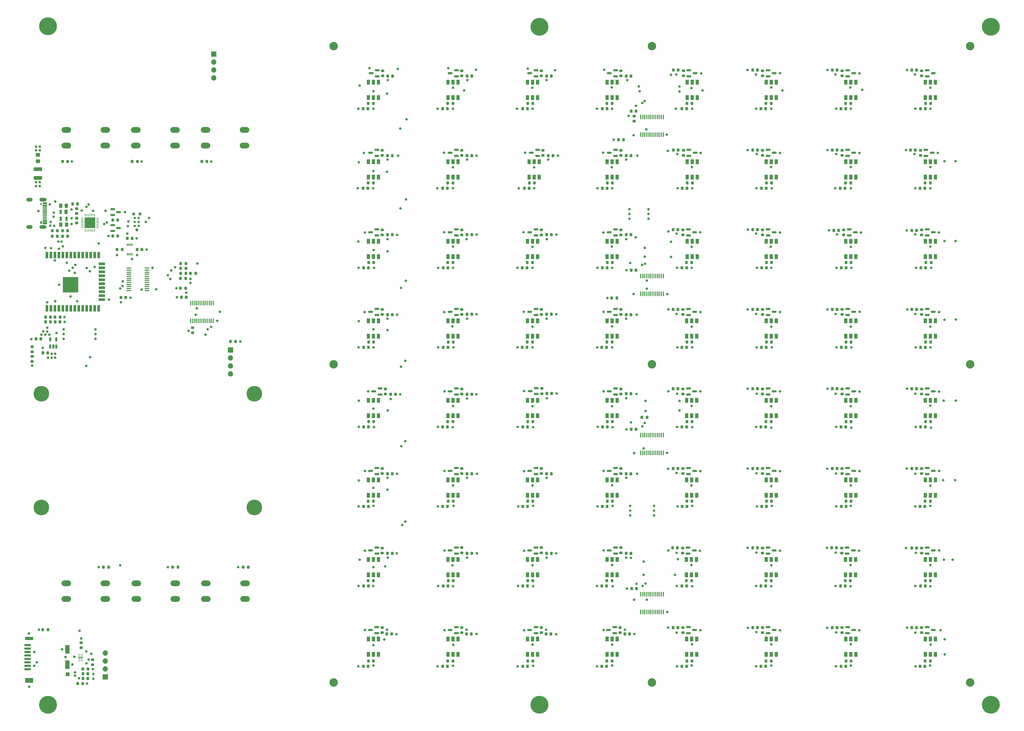
<source format=gbr>
%TF.GenerationSoftware,KiCad,Pcbnew,(6.0.8-1)-1*%
%TF.CreationDate,2022-10-23T23:44:36-04:00*%
%TF.ProjectId,chess-board-iot,63686573-732d-4626-9f61-72642d696f74,A*%
%TF.SameCoordinates,Original*%
%TF.FileFunction,Soldermask,Top*%
%TF.FilePolarity,Negative*%
%FSLAX46Y46*%
G04 Gerber Fmt 4.6, Leading zero omitted, Abs format (unit mm)*
G04 Created by KiCad (PCBNEW (6.0.8-1)-1) date 2022-10-23 23:44:36*
%MOMM*%
%LPD*%
G01*
G04 APERTURE LIST*
G04 Aperture macros list*
%AMRoundRect*
0 Rectangle with rounded corners*
0 $1 Rounding radius*
0 $2 $3 $4 $5 $6 $7 $8 $9 X,Y pos of 4 corners*
0 Add a 4 corners polygon primitive as box body*
4,1,4,$2,$3,$4,$5,$6,$7,$8,$9,$2,$3,0*
0 Add four circle primitives for the rounded corners*
1,1,$1+$1,$2,$3*
1,1,$1+$1,$4,$5*
1,1,$1+$1,$6,$7*
1,1,$1+$1,$8,$9*
0 Add four rect primitives between the rounded corners*
20,1,$1+$1,$2,$3,$4,$5,0*
20,1,$1+$1,$4,$5,$6,$7,0*
20,1,$1+$1,$6,$7,$8,$9,0*
20,1,$1+$1,$8,$9,$2,$3,0*%
G04 Aperture macros list end*
%ADD10RoundRect,0.200000X0.275000X-0.200000X0.275000X0.200000X-0.275000X0.200000X-0.275000X-0.200000X0*%
%ADD11RoundRect,0.225000X0.225000X0.250000X-0.225000X0.250000X-0.225000X-0.250000X0.225000X-0.250000X0*%
%ADD12RoundRect,0.200000X0.200000X0.275000X-0.200000X0.275000X-0.200000X-0.275000X0.200000X-0.275000X0*%
%ADD13RoundRect,0.225000X-0.225000X-0.250000X0.225000X-0.250000X0.225000X0.250000X-0.225000X0.250000X0*%
%ADD14R,1.000000X1.500000*%
%ADD15RoundRect,0.150000X-0.587500X-0.150000X0.587500X-0.150000X0.587500X0.150000X-0.587500X0.150000X0*%
%ADD16RoundRect,0.150000X0.587500X0.150000X-0.587500X0.150000X-0.587500X-0.150000X0.587500X-0.150000X0*%
%ADD17O,3.048000X1.850000*%
%ADD18RoundRect,0.200000X-0.275000X0.200000X-0.275000X-0.200000X0.275000X-0.200000X0.275000X0.200000X0*%
%ADD19C,2.700000*%
%ADD20R,1.000000X1.400000*%
%ADD21R,0.800000X1.400000*%
%ADD22RoundRect,0.100000X0.100000X-0.637500X0.100000X0.637500X-0.100000X0.637500X-0.100000X-0.637500X0*%
%ADD23R,0.300000X0.800000*%
%ADD24RoundRect,0.200000X-0.200000X-0.275000X0.200000X-0.275000X0.200000X0.275000X-0.200000X0.275000X0*%
%ADD25R,0.900000X2.000000*%
%ADD26R,2.000000X0.900000*%
%ADD27R,5.000000X5.000000*%
%ADD28RoundRect,0.050000X-0.287500X0.050000X-0.287500X-0.050000X0.287500X-0.050000X0.287500X0.050000X0*%
%ADD29RoundRect,0.100000X-0.675000X0.100000X-0.675000X-0.100000X0.675000X-0.100000X0.675000X0.100000X0*%
%ADD30C,0.991000*%
%ADD31C,0.787000*%
%ADD32RoundRect,0.100000X0.637500X0.100000X-0.637500X0.100000X-0.637500X-0.100000X0.637500X-0.100000X0*%
%ADD33RoundRect,0.250000X0.262500X0.450000X-0.262500X0.450000X-0.262500X-0.450000X0.262500X-0.450000X0*%
%ADD34RoundRect,0.062500X-0.062500X0.337500X-0.062500X-0.337500X0.062500X-0.337500X0.062500X0.337500X0*%
%ADD35RoundRect,0.062500X-0.337500X0.062500X-0.337500X-0.062500X0.337500X-0.062500X0.337500X0.062500X0*%
%ADD36R,3.350000X3.350000*%
%ADD37RoundRect,0.250000X0.450000X-0.325000X0.450000X0.325000X-0.450000X0.325000X-0.450000X-0.325000X0*%
%ADD38C,5.700000*%
%ADD39R,1.700000X1.700000*%
%ADD40O,1.700000X1.700000*%
%ADD41RoundRect,0.225000X0.250000X-0.225000X0.250000X0.225000X-0.250000X0.225000X-0.250000X-0.225000X0*%
%ADD42RoundRect,0.150000X0.150000X-0.512500X0.150000X0.512500X-0.150000X0.512500X-0.150000X-0.512500X0*%
%ADD43RoundRect,0.218750X0.256250X-0.218750X0.256250X0.218750X-0.256250X0.218750X-0.256250X-0.218750X0*%
%ADD44O,0.600000X0.950000*%
%ADD45C,0.600000*%
%ADD46R,1.400000X0.300000*%
%ADD47O,2.300000X1.200000*%
%ADD48O,2.000000X1.200000*%
%ADD49RoundRect,0.218750X0.218750X0.256250X-0.218750X0.256250X-0.218750X-0.256250X0.218750X-0.256250X0*%
%ADD50C,5.000000*%
%ADD51RoundRect,0.218750X-0.218750X-0.256250X0.218750X-0.256250X0.218750X0.256250X-0.218750X0.256250X0*%
%ADD52RoundRect,0.225000X-0.250000X0.225000X-0.250000X-0.225000X0.250000X-0.225000X0.250000X0.225000X0*%
%ADD53RoundRect,0.250000X1.075000X-0.375000X1.075000X0.375000X-1.075000X0.375000X-1.075000X-0.375000X0*%
%ADD54R,2.000000X0.700000*%
%ADD55R,1.400000X2.700000*%
%ADD56R,2.600000X1.500000*%
%ADD57R,2.600000X1.000000*%
%ADD58R,1.200000X1.200000*%
%ADD59C,0.800000*%
G04 APERTURE END LIST*
D10*
%TO.C,R441*%
X165748580Y-92011000D03*
X165748580Y-90361000D03*
%TD*%
D11*
%TO.C,C237*%
X262916580Y-127889000D03*
X261366580Y-127889000D03*
%TD*%
D12*
%TO.C,R258*%
X162890580Y-50038000D03*
X161240580Y-50038000D03*
%TD*%
D13*
%TO.C,C411*%
X218186580Y-193675000D03*
X219736580Y-193675000D03*
%TD*%
%TO.C,C102*%
X57391000Y-129667000D03*
X58941000Y-129667000D03*
%TD*%
%TO.C,C403*%
X218059580Y-219456000D03*
X219609580Y-219456000D03*
%TD*%
D14*
%TO.C,D231*%
X313754580Y-149770000D03*
X315354580Y-149770000D03*
X316954580Y-149770000D03*
X316954580Y-144870000D03*
X315354580Y-144870000D03*
X313754580Y-144870000D03*
%TD*%
%TO.C,D222*%
X288354580Y-175170000D03*
X289954580Y-175170000D03*
X291554580Y-175170000D03*
X291554580Y-170270000D03*
X289954580Y-170270000D03*
X288354580Y-170270000D03*
%TD*%
D12*
%TO.C,R210*%
X188417580Y-202438000D03*
X186767580Y-202438000D03*
%TD*%
D13*
%TO.C,C441*%
X167386580Y-91948000D03*
X168936580Y-91948000D03*
%TD*%
D11*
%TO.C,C264*%
X339116580Y-51689000D03*
X337566580Y-51689000D03*
%TD*%
D12*
%TO.C,R112*%
X103025000Y-102700000D03*
X101375000Y-102700000D03*
%TD*%
D14*
%TO.C,D221*%
X262954580Y-175170000D03*
X264554580Y-175170000D03*
X266154580Y-175170000D03*
X266154580Y-170270000D03*
X264554580Y-170270000D03*
X262954580Y-170270000D03*
%TD*%
D15*
%TO.C,U442*%
X189417080Y-90236000D03*
X189417080Y-92136000D03*
D16*
X187417080Y-91186000D03*
%TD*%
%TO.C,U464*%
X339692080Y-41336000D03*
X339692080Y-39436000D03*
D15*
X341692080Y-40386000D03*
%TD*%
D14*
%TO.C,D236*%
X237554580Y-124370000D03*
X239154580Y-124370000D03*
X240754580Y-124370000D03*
X240754580Y-119470000D03*
X239154580Y-119470000D03*
X237554580Y-119470000D03*
%TD*%
D17*
%TO.C,SW107*%
X64870000Y-63460000D03*
X77370000Y-63460000D03*
X77370000Y-58460000D03*
X64870000Y-58460000D03*
%TD*%
D11*
%TO.C,C202*%
X186589580Y-229743000D03*
X185039580Y-229743000D03*
%TD*%
D15*
%TO.C,U457*%
X164144080Y-39436000D03*
X164144080Y-41336000D03*
D16*
X162144080Y-40386000D03*
%TD*%
D11*
%TO.C,C217*%
X161316580Y-178689000D03*
X159766580Y-178689000D03*
%TD*%
D12*
%TO.C,R240*%
X315417580Y-126238000D03*
X313767580Y-126238000D03*
%TD*%
D18*
%TO.C,R463*%
X312560580Y-39561000D03*
X312560580Y-41211000D03*
%TD*%
D19*
%TO.C,H104*%
X353454580Y-31750000D03*
%TD*%
D20*
%TO.C,U103*%
X64800000Y-84600000D03*
D21*
X63100000Y-84600000D03*
X63100000Y-86800000D03*
X65000000Y-86800000D03*
%TD*%
D18*
%TO.C,R456*%
X337579580Y-64961000D03*
X337579580Y-66611000D03*
%TD*%
D14*
%TO.C,D264*%
X339154580Y-48170000D03*
X340754580Y-48170000D03*
X342354580Y-48170000D03*
X342354580Y-43270000D03*
X340754580Y-43270000D03*
X339154580Y-43270000D03*
%TD*%
D22*
%TO.C,U303*%
X248279580Y-110812500D03*
X248929580Y-110812500D03*
X249579580Y-110812500D03*
X250229580Y-110812500D03*
X250879580Y-110812500D03*
X251529580Y-110812500D03*
X252179580Y-110812500D03*
X252829580Y-110812500D03*
X253479580Y-110812500D03*
X254129580Y-110812500D03*
X254779580Y-110812500D03*
X255429580Y-110812500D03*
X255429580Y-105087500D03*
X254779580Y-105087500D03*
X254129580Y-105087500D03*
X253479580Y-105087500D03*
X252829580Y-105087500D03*
X252179580Y-105087500D03*
X251529580Y-105087500D03*
X250879580Y-105087500D03*
X250229580Y-105087500D03*
X249579580Y-105087500D03*
X248929580Y-105087500D03*
X248279580Y-105087500D03*
%TD*%
D15*
%TO.C,U404*%
X239963080Y-217236000D03*
X239963080Y-219136000D03*
D16*
X237963080Y-218186000D03*
%TD*%
D14*
%TO.C,D209*%
X161354580Y-200570000D03*
X162954580Y-200570000D03*
X164554580Y-200570000D03*
X164554580Y-195670000D03*
X162954580Y-195670000D03*
X161354580Y-195670000D03*
%TD*%
D11*
%TO.C,C260*%
X237516580Y-51689000D03*
X235966580Y-51689000D03*
%TD*%
%TO.C,C445*%
X260122580Y-90297000D03*
X258572580Y-90297000D03*
%TD*%
D16*
%TO.C,U406*%
X288892080Y-219136000D03*
X288892080Y-217236000D03*
D15*
X290892080Y-218186000D03*
%TD*%
D14*
%TO.C,D243*%
X212154580Y-98970000D03*
X213754580Y-98970000D03*
X215354580Y-98970000D03*
X215354580Y-94070000D03*
X213754580Y-94070000D03*
X212154580Y-94070000D03*
%TD*%
D13*
%TO.C,C449*%
X167386580Y-66675000D03*
X168936580Y-66675000D03*
%TD*%
D11*
%TO.C,C259*%
X212116580Y-51689000D03*
X210566580Y-51689000D03*
%TD*%
D15*
%TO.C,U409*%
X164017080Y-191836000D03*
X164017080Y-193736000D03*
D16*
X162017080Y-192786000D03*
%TD*%
D12*
%TO.C,R204*%
X239090580Y-228092000D03*
X237440580Y-228092000D03*
%TD*%
D11*
%TO.C,C431*%
X310922580Y-141097000D03*
X309372580Y-141097000D03*
%TD*%
%TO.C,C233*%
X161316580Y-127889000D03*
X159766580Y-127889000D03*
%TD*%
D12*
%TO.C,R211*%
X213817580Y-202438000D03*
X212167580Y-202438000D03*
%TD*%
%TO.C,R251*%
X188290580Y-75438000D03*
X186640580Y-75438000D03*
%TD*%
%TO.C,R263*%
X289890580Y-50038000D03*
X288240580Y-50038000D03*
%TD*%
D11*
%TO.C,C461*%
X260249580Y-39370000D03*
X258699580Y-39370000D03*
%TD*%
D12*
%TO.C,R249*%
X340944580Y-100838000D03*
X339294580Y-100838000D03*
%TD*%
D11*
%TO.C,C406*%
X285522580Y-217424000D03*
X283972580Y-217424000D03*
%TD*%
D13*
%TO.C,C442*%
X192786580Y-91948000D03*
X194336580Y-91948000D03*
%TD*%
D11*
%TO.C,C255*%
X313462580Y-77089000D03*
X311912580Y-77089000D03*
%TD*%
D12*
%TO.C,R255*%
X290017580Y-75438000D03*
X288367580Y-75438000D03*
%TD*%
D23*
%TO.C,U201*%
X85840000Y-95097000D03*
X85340000Y-95097000D03*
X84840000Y-95097000D03*
X84340000Y-95097000D03*
X84340000Y-98197000D03*
X84840000Y-98197000D03*
X85340000Y-98197000D03*
X85840000Y-98197000D03*
%TD*%
D16*
%TO.C,U407*%
X314292080Y-219136000D03*
X314292080Y-217236000D03*
D15*
X316292080Y-218186000D03*
%TD*%
D18*
%TO.C,R413*%
X261633580Y-191961000D03*
X261633580Y-193611000D03*
%TD*%
D14*
%TO.C,D248*%
X339154580Y-98970000D03*
X340754580Y-98970000D03*
X342354580Y-98970000D03*
X342354580Y-94070000D03*
X340754580Y-94070000D03*
X339154580Y-94070000D03*
%TD*%
D11*
%TO.C,C243*%
X211989580Y-102489000D03*
X210439580Y-102489000D03*
%TD*%
D18*
%TO.C,R117*%
X73288200Y-227615000D03*
X73288200Y-229265000D03*
%TD*%
D14*
%TO.C,D251*%
X212662580Y-73570000D03*
X214262580Y-73570000D03*
X215862580Y-73570000D03*
X215862580Y-68670000D03*
X214262580Y-68670000D03*
X212662580Y-68670000D03*
%TD*%
D16*
%TO.C,U424*%
X339692080Y-168336000D03*
X339692080Y-166436000D03*
D15*
X341692080Y-167386000D03*
%TD*%
D14*
%TO.C,D260*%
X237554580Y-48170000D03*
X239154580Y-48170000D03*
X240754580Y-48170000D03*
X240754580Y-43270000D03*
X239154580Y-43270000D03*
X237554580Y-43270000D03*
%TD*%
D11*
%TO.C,C242*%
X186716580Y-102489000D03*
X185166580Y-102489000D03*
%TD*%
D13*
%TO.C,C450*%
X192786580Y-66675000D03*
X194336580Y-66675000D03*
%TD*%
D18*
%TO.C,R439*%
X312560580Y-115761000D03*
X312560580Y-117411000D03*
%TD*%
D10*
%TO.C,R433*%
X165748580Y-117411000D03*
X165748580Y-115761000D03*
%TD*%
D24*
%TO.C,R305*%
X76772000Y-198120000D03*
X78422000Y-198120000D03*
%TD*%
D12*
%TO.C,R219*%
X188417580Y-177038000D03*
X186767580Y-177038000D03*
%TD*%
D25*
%TO.C,U102*%
X58717000Y-115450000D03*
X59987000Y-115450000D03*
X61257000Y-115450000D03*
X62527000Y-115450000D03*
X63797000Y-115450000D03*
X65067000Y-115450000D03*
X66337000Y-115450000D03*
X67607000Y-115450000D03*
X68877000Y-115450000D03*
X70147000Y-115450000D03*
X71417000Y-115450000D03*
X72687000Y-115450000D03*
X73957000Y-115450000D03*
X75227000Y-115450000D03*
D26*
X76227000Y-112665000D03*
X76227000Y-111395000D03*
X76227000Y-110125000D03*
X76227000Y-108855000D03*
X76227000Y-107585000D03*
X76227000Y-106315000D03*
X76227000Y-105045000D03*
X76227000Y-103775000D03*
X76227000Y-102505000D03*
X76227000Y-101235000D03*
D25*
X75227000Y-98450000D03*
X73957000Y-98450000D03*
X72687000Y-98450000D03*
X71417000Y-98450000D03*
X70147000Y-98450000D03*
X68877000Y-98450000D03*
X67607000Y-98450000D03*
X66337000Y-98450000D03*
X65067000Y-98450000D03*
X63797000Y-98450000D03*
X62527000Y-98450000D03*
X61257000Y-98450000D03*
X59987000Y-98450000D03*
X58717000Y-98450000D03*
D27*
X66217000Y-107950000D03*
%TD*%
D14*
%TO.C,D213*%
X262827580Y-200570000D03*
X264427580Y-200570000D03*
X266027580Y-200570000D03*
X266027580Y-195670000D03*
X264427580Y-195670000D03*
X262827580Y-195670000D03*
%TD*%
D11*
%TO.C,C265*%
X85865000Y-93091000D03*
X84315000Y-93091000D03*
%TD*%
D16*
%TO.C,U445*%
X263492080Y-92136000D03*
X263492080Y-90236000D03*
D15*
X265492080Y-91186000D03*
%TD*%
%TO.C,U435*%
X214817080Y-115636000D03*
X214817080Y-117536000D03*
D16*
X212817080Y-116586000D03*
%TD*%
D18*
%TO.C,R416*%
X337960580Y-191961000D03*
X337960580Y-193611000D03*
%TD*%
D28*
%TO.C,D101*%
X69904700Y-225934000D03*
X69029700Y-225934000D03*
X69029700Y-226434000D03*
X69904700Y-226434000D03*
D29*
X69467200Y-226934000D03*
D28*
X69029700Y-227434000D03*
X69904700Y-227434000D03*
X69029700Y-227934000D03*
X69904700Y-227934000D03*
%TD*%
D11*
%TO.C,C462*%
X285522580Y-39370000D03*
X283972580Y-39370000D03*
%TD*%
D10*
%TO.C,R425*%
X166764580Y-142811000D03*
X166764580Y-141161000D03*
%TD*%
D16*
%TO.C,U437*%
X263492080Y-117536000D03*
X263492080Y-115636000D03*
D15*
X265492080Y-116586000D03*
%TD*%
%TO.C,U450*%
X189417080Y-64836000D03*
X189417080Y-66736000D03*
D16*
X187417080Y-65786000D03*
%TD*%
D11*
%TO.C,C215*%
X313589580Y-204089000D03*
X312039580Y-204089000D03*
%TD*%
D10*
%TO.C,R449*%
X165748580Y-66611000D03*
X165748580Y-64961000D03*
%TD*%
D11*
%TO.C,C245*%
X262916580Y-102489000D03*
X261366580Y-102489000D03*
%TD*%
%TO.C,C261*%
X262916580Y-51689000D03*
X261366580Y-51689000D03*
%TD*%
D10*
%TO.C,R450*%
X191148580Y-66611000D03*
X191148580Y-64961000D03*
%TD*%
D14*
%TO.C,D204*%
X237554580Y-225970000D03*
X239154580Y-225970000D03*
X240754580Y-225970000D03*
X240754580Y-221070000D03*
X239154580Y-221070000D03*
X237554580Y-221070000D03*
%TD*%
D12*
%TO.C,R208*%
X340690580Y-228092000D03*
X339040580Y-228092000D03*
%TD*%
D11*
%TO.C,C213*%
X262916580Y-204089000D03*
X261366580Y-204089000D03*
%TD*%
D15*
%TO.C,U417*%
X164017080Y-166436000D03*
X164017080Y-168336000D03*
D16*
X162017080Y-167386000D03*
%TD*%
D12*
%TO.C,R201*%
X162941380Y-228066600D03*
X161291380Y-228066600D03*
%TD*%
D24*
%TO.C,R303*%
X241123580Y-61595000D03*
X242773580Y-61595000D03*
%TD*%
D12*
%TO.C,R206*%
X289890580Y-228092000D03*
X288240580Y-228092000D03*
%TD*%
D15*
%TO.C,U459*%
X214817080Y-39436000D03*
X214817080Y-41336000D03*
D16*
X212817080Y-40386000D03*
%TD*%
D12*
%TO.C,R236*%
X213690580Y-126238000D03*
X212040580Y-126238000D03*
%TD*%
D18*
%TO.C,R453*%
X261887580Y-64961000D03*
X261887580Y-66611000D03*
%TD*%
D12*
%TO.C,R108*%
X102975000Y-105900000D03*
X101325000Y-105900000D03*
%TD*%
%TO.C,R265*%
X340817580Y-50038000D03*
X339167580Y-50038000D03*
%TD*%
%TO.C,R254*%
X264744580Y-75438000D03*
X263094580Y-75438000D03*
%TD*%
D13*
%TO.C,C459*%
X218186580Y-41275000D03*
X219736580Y-41275000D03*
%TD*%
D30*
%TO.C,J104*%
X87376000Y-90424000D03*
X88391000Y-85344000D03*
X86361000Y-85344000D03*
D31*
X88011000Y-89154000D03*
X86741000Y-89154000D03*
X88011000Y-87884000D03*
X86741000Y-87884000D03*
X88011000Y-86614000D03*
X86741000Y-86614000D03*
%TD*%
D16*
%TO.C,U447*%
X314800080Y-92136000D03*
X314800080Y-90236000D03*
D15*
X316800080Y-91186000D03*
%TD*%
D14*
%TO.C,D245*%
X263081580Y-98970000D03*
X264681580Y-98970000D03*
X266281580Y-98970000D03*
X266281580Y-94070000D03*
X264681580Y-94070000D03*
X263081580Y-94070000D03*
%TD*%
%TO.C,D261*%
X263081580Y-48170000D03*
X264681580Y-48170000D03*
X266281580Y-48170000D03*
X266281580Y-43270000D03*
X264681580Y-43270000D03*
X263081580Y-43270000D03*
%TD*%
%TO.C,D253*%
X263081580Y-73570000D03*
X264681580Y-73570000D03*
X266281580Y-73570000D03*
X266281580Y-68670000D03*
X264681580Y-68670000D03*
X263081580Y-68670000D03*
%TD*%
D16*
%TO.C,U461*%
X263619080Y-41336000D03*
X263619080Y-39436000D03*
D15*
X265619080Y-40386000D03*
%TD*%
D14*
%TO.C,D239*%
X313754580Y-124370000D03*
X315354580Y-124370000D03*
X316954580Y-124370000D03*
X316954580Y-119470000D03*
X315354580Y-119470000D03*
X313754580Y-119470000D03*
%TD*%
D18*
%TO.C,R424*%
X337960580Y-166561000D03*
X337960580Y-168211000D03*
%TD*%
D10*
%TO.C,R315*%
X105156000Y-123253000D03*
X105156000Y-121603000D03*
%TD*%
D14*
%TO.C,D230*%
X288354580Y-149770000D03*
X289954580Y-149770000D03*
X291554580Y-149770000D03*
X291554580Y-144870000D03*
X289954580Y-144870000D03*
X288354580Y-144870000D03*
%TD*%
D12*
%TO.C,R264*%
X315290580Y-50038000D03*
X313640580Y-50038000D03*
%TD*%
D32*
%TO.C,U104*%
X90619500Y-109747000D03*
X90619500Y-109097000D03*
X90619500Y-108447000D03*
X90619500Y-107797000D03*
X90619500Y-107147000D03*
X90619500Y-106497000D03*
X90619500Y-105847000D03*
X90619500Y-105197000D03*
X90619500Y-104547000D03*
X90619500Y-103897000D03*
X90619500Y-103247000D03*
X90619500Y-102597000D03*
X84894500Y-102597000D03*
X84894500Y-103247000D03*
X84894500Y-103897000D03*
X84894500Y-104547000D03*
X84894500Y-105197000D03*
X84894500Y-105847000D03*
X84894500Y-106497000D03*
X84894500Y-107147000D03*
X84894500Y-107797000D03*
X84894500Y-108447000D03*
X84894500Y-109097000D03*
X84894500Y-109747000D03*
%TD*%
D11*
%TO.C,C201*%
X161240380Y-229717600D03*
X159690380Y-229717600D03*
%TD*%
%TO.C,C207*%
X313716580Y-229743000D03*
X312166580Y-229743000D03*
%TD*%
%TO.C,C262*%
X288189580Y-51689000D03*
X286639580Y-51689000D03*
%TD*%
%TO.C,C439*%
X310922580Y-115824000D03*
X309372580Y-115824000D03*
%TD*%
D12*
%TO.C,R101*%
X62928000Y-118237000D03*
X61278000Y-118237000D03*
%TD*%
D13*
%TO.C,C444*%
X243586580Y-91948000D03*
X245136580Y-91948000D03*
%TD*%
D11*
%TO.C,C234*%
X186716580Y-127889000D03*
X185166580Y-127889000D03*
%TD*%
%TO.C,C246*%
X288443580Y-102489000D03*
X286893580Y-102489000D03*
%TD*%
D10*
%TO.C,R457*%
X165875580Y-41211000D03*
X165875580Y-39561000D03*
%TD*%
D11*
%TO.C,C219*%
X212116580Y-178689000D03*
X210566580Y-178689000D03*
%TD*%
D12*
%TO.C,R242*%
X163017580Y-100838000D03*
X161367580Y-100838000D03*
%TD*%
%TO.C,R314*%
X65341000Y-68580000D03*
X63691000Y-68580000D03*
%TD*%
D33*
%TO.C,R102*%
X64912500Y-82675000D03*
X63087500Y-82675000D03*
%TD*%
D12*
%TO.C,R205*%
X264617580Y-228092000D03*
X262967580Y-228092000D03*
%TD*%
D15*
%TO.C,U444*%
X240217080Y-90236000D03*
X240217080Y-92136000D03*
D16*
X238217080Y-91186000D03*
%TD*%
D34*
%TO.C,U105*%
X73890000Y-85688000D03*
X73390000Y-85688000D03*
X72890000Y-85688000D03*
X72390000Y-85688000D03*
X71890000Y-85688000D03*
X71390000Y-85688000D03*
X70890000Y-85688000D03*
D35*
X69940000Y-86638000D03*
X69940000Y-87138000D03*
X69940000Y-87638000D03*
X69940000Y-88138000D03*
X69940000Y-88638000D03*
X69940000Y-89138000D03*
X69940000Y-89638000D03*
D34*
X70890000Y-90588000D03*
X71390000Y-90588000D03*
X71890000Y-90588000D03*
X72390000Y-90588000D03*
X72890000Y-90588000D03*
X73390000Y-90588000D03*
X73890000Y-90588000D03*
D35*
X74840000Y-89638000D03*
X74840000Y-89138000D03*
X74840000Y-88638000D03*
X74840000Y-88138000D03*
X74840000Y-87638000D03*
X74840000Y-87138000D03*
X74840000Y-86638000D03*
D36*
X72390000Y-88138000D03*
%TD*%
D16*
%TO.C,U422*%
X288892080Y-168336000D03*
X288892080Y-166436000D03*
D15*
X290892080Y-167386000D03*
%TD*%
D11*
%TO.C,C236*%
X237389580Y-127889000D03*
X235839580Y-127889000D03*
%TD*%
%TO.C,C222*%
X288443580Y-178689000D03*
X286893580Y-178689000D03*
%TD*%
%TO.C,C227*%
X212116580Y-153289000D03*
X210566580Y-153289000D03*
%TD*%
D15*
%TO.C,U418*%
X189417080Y-166436000D03*
X189417080Y-168336000D03*
D16*
X187417080Y-167386000D03*
%TD*%
D11*
%TO.C,C446*%
X285522580Y-90297000D03*
X283972580Y-90297000D03*
%TD*%
D10*
%TO.C,R436*%
X241948580Y-117411000D03*
X241948580Y-115761000D03*
%TD*%
D37*
%TO.C,L101*%
X55825400Y-68497400D03*
X55825400Y-66447400D03*
%TD*%
D10*
%TO.C,R426*%
X191148580Y-142811000D03*
X191148580Y-141161000D03*
%TD*%
D13*
%TO.C,C410*%
X192786580Y-193675000D03*
X194336580Y-193675000D03*
%TD*%
D38*
%TO.C,H115*%
X59000000Y-242000000D03*
%TD*%
D14*
%TO.C,D211*%
X212154580Y-200570000D03*
X213754580Y-200570000D03*
X215354580Y-200570000D03*
X215354580Y-195670000D03*
X213754580Y-195670000D03*
X212154580Y-195670000D03*
%TD*%
D12*
%TO.C,R243*%
X188290580Y-100838000D03*
X186640580Y-100838000D03*
%TD*%
%TO.C,R223*%
X290017580Y-177038000D03*
X288367580Y-177038000D03*
%TD*%
D24*
%TO.C,R302*%
X238964580Y-112141000D03*
X240614580Y-112141000D03*
%TD*%
D16*
%TO.C,U423*%
X314292080Y-168336000D03*
X314292080Y-166436000D03*
D15*
X316292080Y-167386000D03*
%TD*%
D12*
%TO.C,R202*%
X188290580Y-228092000D03*
X186640580Y-228092000D03*
%TD*%
D39*
%TO.C,OLED102*%
X111961000Y-34260000D03*
D40*
X111961000Y-36800000D03*
X111961000Y-39340000D03*
X111961000Y-41880000D03*
%TD*%
D12*
%TO.C,R241*%
X340817580Y-126238000D03*
X339167580Y-126238000D03*
%TD*%
D16*
%TO.C,U454*%
X288892080Y-66736000D03*
X288892080Y-64836000D03*
D15*
X290892080Y-65786000D03*
%TD*%
D14*
%TO.C,D208*%
X339154580Y-225970000D03*
X340754580Y-225970000D03*
X342354580Y-225970000D03*
X342354580Y-221070000D03*
X340754580Y-221070000D03*
X339154580Y-221070000D03*
%TD*%
D11*
%TO.C,C301*%
X246901000Y-204978000D03*
X245351000Y-204978000D03*
%TD*%
D10*
%TO.C,R435*%
X216548580Y-117411000D03*
X216548580Y-115761000D03*
%TD*%
D19*
%TO.C,H109*%
X251854580Y-133350000D03*
%TD*%
D14*
%TO.C,D262*%
X288354580Y-48170000D03*
X289954580Y-48170000D03*
X291554580Y-48170000D03*
X291554580Y-43270000D03*
X289954580Y-43270000D03*
X288354580Y-43270000D03*
%TD*%
D22*
%TO.C,U301*%
X248279580Y-212412500D03*
X248929580Y-212412500D03*
X249579580Y-212412500D03*
X250229580Y-212412500D03*
X250879580Y-212412500D03*
X251529580Y-212412500D03*
X252179580Y-212412500D03*
X252829580Y-212412500D03*
X253479580Y-212412500D03*
X254129580Y-212412500D03*
X254779580Y-212412500D03*
X255429580Y-212412500D03*
X255429580Y-206687500D03*
X254779580Y-206687500D03*
X254129580Y-206687500D03*
X253479580Y-206687500D03*
X252829580Y-206687500D03*
X252179580Y-206687500D03*
X251529580Y-206687500D03*
X250879580Y-206687500D03*
X250229580Y-206687500D03*
X249579580Y-206687500D03*
X248929580Y-206687500D03*
X248279580Y-206687500D03*
%TD*%
D14*
%TO.C,D218*%
X186754580Y-175170000D03*
X188354580Y-175170000D03*
X189954580Y-175170000D03*
X189954580Y-170270000D03*
X188354580Y-170270000D03*
X186754580Y-170270000D03*
%TD*%
D41*
%TO.C,C104*%
X68200000Y-85125000D03*
X68200000Y-83575000D03*
%TD*%
D13*
%TO.C,C401*%
X167196580Y-219456000D03*
X168746580Y-219456000D03*
%TD*%
D14*
%TO.C,D225*%
X161354580Y-149770000D03*
X162954580Y-149770000D03*
X164554580Y-149770000D03*
X164554580Y-144870000D03*
X162954580Y-144870000D03*
X161354580Y-144870000D03*
%TD*%
D11*
%TO.C,C413*%
X259995580Y-191897000D03*
X258445580Y-191897000D03*
%TD*%
D14*
%TO.C,D233*%
X161354580Y-124370000D03*
X162954580Y-124370000D03*
X164554580Y-124370000D03*
X164554580Y-119470000D03*
X162954580Y-119470000D03*
X161354580Y-119470000D03*
%TD*%
D11*
%TO.C,C216*%
X339116580Y-204089000D03*
X337566580Y-204089000D03*
%TD*%
D12*
%TO.C,R217*%
X340754580Y-202438000D03*
X339104580Y-202438000D03*
%TD*%
D14*
%TO.C,D238*%
X288354580Y-124370000D03*
X289954580Y-124370000D03*
X291554580Y-124370000D03*
X291554580Y-119470000D03*
X289954580Y-119470000D03*
X288354580Y-119470000D03*
%TD*%
D15*
%TO.C,U412*%
X240217080Y-191836000D03*
X240217080Y-193736000D03*
D16*
X238217080Y-192786000D03*
%TD*%
%TO.C,U408*%
X339692080Y-219136000D03*
X339692080Y-217236000D03*
D15*
X341692080Y-218186000D03*
%TD*%
D12*
%TO.C,R313*%
X87566000Y-68580000D03*
X85916000Y-68580000D03*
%TD*%
D22*
%TO.C,U302*%
X248279580Y-161612500D03*
X248929580Y-161612500D03*
X249579580Y-161612500D03*
X250229580Y-161612500D03*
X250879580Y-161612500D03*
X251529580Y-161612500D03*
X252179580Y-161612500D03*
X252829580Y-161612500D03*
X253479580Y-161612500D03*
X254129580Y-161612500D03*
X254779580Y-161612500D03*
X255429580Y-161612500D03*
X255429580Y-155887500D03*
X254779580Y-155887500D03*
X254129580Y-155887500D03*
X253479580Y-155887500D03*
X252829580Y-155887500D03*
X252179580Y-155887500D03*
X251529580Y-155887500D03*
X250879580Y-155887500D03*
X250229580Y-155887500D03*
X249579580Y-155887500D03*
X248929580Y-155887500D03*
X248279580Y-155887500D03*
%TD*%
D15*
%TO.C,U403*%
X214817080Y-217236000D03*
X214817080Y-219136000D03*
D16*
X212817080Y-218186000D03*
%TD*%
D13*
%TO.C,C460*%
X243586580Y-41275000D03*
X245136580Y-41275000D03*
%TD*%
D12*
%TO.C,R246*%
X264490580Y-100838000D03*
X262840580Y-100838000D03*
%TD*%
%TO.C,R247*%
X290017580Y-100838000D03*
X288367580Y-100838000D03*
%TD*%
D16*
%TO.C,U440*%
X339692080Y-117536000D03*
X339692080Y-115636000D03*
D15*
X341692080Y-116586000D03*
%TD*%
D11*
%TO.C,C414*%
X285522580Y-191897000D03*
X283972580Y-191897000D03*
%TD*%
%TO.C,C240*%
X339116580Y-127889000D03*
X337566580Y-127889000D03*
%TD*%
%TO.C,C103*%
X56782000Y-125222000D03*
X55232000Y-125222000D03*
%TD*%
%TO.C,C241*%
X161316580Y-102489000D03*
X159766580Y-102489000D03*
%TD*%
%TO.C,C210*%
X186716580Y-204089000D03*
X185166580Y-204089000D03*
%TD*%
D12*
%TO.C,R256*%
X315290580Y-75438000D03*
X313640580Y-75438000D03*
%TD*%
%TO.C,R214*%
X264490580Y-202438000D03*
X262840580Y-202438000D03*
%TD*%
D18*
%TO.C,R304*%
X246139580Y-54039000D03*
X246139580Y-55689000D03*
%TD*%
D13*
%TO.C,C418*%
X192773580Y-168275000D03*
X194323580Y-168275000D03*
%TD*%
D11*
%TO.C,C247*%
X313843580Y-102489000D03*
X312293580Y-102489000D03*
%TD*%
D10*
%TO.C,R401*%
X165685580Y-219011000D03*
X165685580Y-217361000D03*
%TD*%
D16*
%TO.C,U462*%
X288892080Y-41336000D03*
X288892080Y-39436000D03*
D15*
X290892080Y-40386000D03*
%TD*%
D11*
%TO.C,C454*%
X285522580Y-64897000D03*
X283972580Y-64897000D03*
%TD*%
D12*
%TO.C,R220*%
X213817580Y-177038000D03*
X212167580Y-177038000D03*
%TD*%
D11*
%TO.C,C422*%
X285522580Y-166624000D03*
X283972580Y-166624000D03*
%TD*%
D14*
%TO.C,D246*%
X288354580Y-98970000D03*
X289954580Y-98970000D03*
X291554580Y-98970000D03*
X291554580Y-94070000D03*
X289954580Y-94070000D03*
X288354580Y-94070000D03*
%TD*%
D24*
%TO.C,R307*%
X98870000Y-198120000D03*
X100520000Y-198120000D03*
%TD*%
D10*
%TO.C,R404*%
X241694580Y-219011000D03*
X241694580Y-217361000D03*
%TD*%
D14*
%TO.C,D223*%
X313754580Y-175170000D03*
X315354580Y-175170000D03*
X316954580Y-175170000D03*
X316954580Y-170270000D03*
X315354580Y-170270000D03*
X313754580Y-170270000D03*
%TD*%
%TO.C,D241*%
X161354580Y-98970000D03*
X162954580Y-98970000D03*
X164554580Y-98970000D03*
X164554580Y-94070000D03*
X162954580Y-94070000D03*
X161354580Y-94070000D03*
%TD*%
D16*
%TO.C,U432*%
X339692080Y-142936000D03*
X339692080Y-141036000D03*
D15*
X341692080Y-141986000D03*
%TD*%
D42*
%TO.C,U101*%
X59756000Y-127629500D03*
X60706000Y-127629500D03*
X61656000Y-127629500D03*
X61656000Y-125354500D03*
X59756000Y-125354500D03*
%TD*%
D10*
%TO.C,R417*%
X165748580Y-168211000D03*
X165748580Y-166561000D03*
%TD*%
D19*
%TO.C,H108*%
X353454580Y-234950000D03*
%TD*%
D18*
%TO.C,R406*%
X287160580Y-217361000D03*
X287160580Y-219011000D03*
%TD*%
D11*
%TO.C,C254*%
X288316580Y-77089000D03*
X286766580Y-77089000D03*
%TD*%
D14*
%TO.C,D250*%
X186754580Y-73570000D03*
X188354580Y-73570000D03*
X189954580Y-73570000D03*
X189954580Y-68670000D03*
X188354580Y-68670000D03*
X186754580Y-68670000D03*
%TD*%
D11*
%TO.C,C212*%
X237389580Y-204089000D03*
X235839580Y-204089000D03*
%TD*%
D10*
%TO.C,R444*%
X241948580Y-92011000D03*
X241948580Y-90361000D03*
%TD*%
D14*
%TO.C,D247*%
X313754580Y-98970000D03*
X315354580Y-98970000D03*
X316954580Y-98970000D03*
X316954580Y-94070000D03*
X315354580Y-94070000D03*
X313754580Y-94070000D03*
%TD*%
D12*
%TO.C,R250*%
X162890580Y-75438000D03*
X161240580Y-75438000D03*
%TD*%
D24*
%TO.C,R104*%
X104525000Y-104300000D03*
X106175000Y-104300000D03*
%TD*%
D12*
%TO.C,R233*%
X340817580Y-151638000D03*
X339167580Y-151638000D03*
%TD*%
D11*
%TO.C,C206*%
X288189580Y-229743000D03*
X286639580Y-229743000D03*
%TD*%
D16*
%TO.C,U431*%
X314292080Y-142936000D03*
X314292080Y-141036000D03*
D15*
X316292080Y-141986000D03*
%TD*%
D11*
%TO.C,C251*%
X212624580Y-77089000D03*
X211074580Y-77089000D03*
%TD*%
D16*
%TO.C,U456*%
X339311080Y-66736000D03*
X339311080Y-64836000D03*
D15*
X341311080Y-65786000D03*
%TD*%
D14*
%TO.C,D240*%
X339154580Y-124370000D03*
X340754580Y-124370000D03*
X342354580Y-124370000D03*
X342354580Y-119470000D03*
X340754580Y-119470000D03*
X339154580Y-119470000D03*
%TD*%
D11*
%TO.C,C429*%
X260122580Y-141097000D03*
X258572580Y-141097000D03*
%TD*%
D14*
%TO.C,D207*%
X313754580Y-225970000D03*
X315354580Y-225970000D03*
X316954580Y-225970000D03*
X316954580Y-221070000D03*
X315354580Y-221070000D03*
X313754580Y-221070000D03*
%TD*%
D15*
%TO.C,U426*%
X189417080Y-141036000D03*
X189417080Y-142936000D03*
D16*
X187417080Y-141986000D03*
%TD*%
D10*
%TO.C,R420*%
X241948580Y-168211000D03*
X241948580Y-166561000D03*
%TD*%
D12*
%TO.C,R234*%
X163017580Y-126238000D03*
X161367580Y-126238000D03*
%TD*%
D11*
%TO.C,C257*%
X161189580Y-51689000D03*
X159639580Y-51689000D03*
%TD*%
D18*
%TO.C,R454*%
X287160580Y-64961000D03*
X287160580Y-66611000D03*
%TD*%
D15*
%TO.C,Q101*%
X79707500Y-88839000D03*
X79707500Y-90739000D03*
X81582500Y-89789000D03*
%TD*%
D11*
%TO.C,C107*%
X59830000Y-119761000D03*
X58280000Y-119761000D03*
%TD*%
D13*
%TO.C,C409*%
X167386580Y-193675000D03*
X168936580Y-193675000D03*
%TD*%
D12*
%TO.C,R262*%
X264617580Y-50038000D03*
X262967580Y-50038000D03*
%TD*%
D19*
%TO.C,H101*%
X251854580Y-31750000D03*
%TD*%
D14*
%TO.C,D252*%
X237554580Y-73570000D03*
X239154580Y-73570000D03*
X240754580Y-73570000D03*
X240754580Y-68670000D03*
X239154580Y-68670000D03*
X237554580Y-68670000D03*
%TD*%
D11*
%TO.C,C204*%
X237389580Y-229743000D03*
X235839580Y-229743000D03*
%TD*%
D12*
%TO.C,R212*%
X239090580Y-202438000D03*
X237440580Y-202438000D03*
%TD*%
D16*
%TO.C,U453*%
X263619080Y-66736000D03*
X263619080Y-64836000D03*
D15*
X265619080Y-65786000D03*
%TD*%
D12*
%TO.C,R261*%
X239090580Y-50038000D03*
X237440580Y-50038000D03*
%TD*%
D19*
%TO.C,H107*%
X150254580Y-31750000D03*
%TD*%
D12*
%TO.C,R259*%
X188290580Y-50038000D03*
X186640580Y-50038000D03*
%TD*%
D18*
%TO.C,R432*%
X337960580Y-141161000D03*
X337960580Y-142811000D03*
%TD*%
D14*
%TO.C,D244*%
X237554580Y-98970000D03*
X239154580Y-98970000D03*
X240754580Y-98970000D03*
X240754580Y-94070000D03*
X239154580Y-94070000D03*
X237554580Y-94070000D03*
%TD*%
D11*
%TO.C,C303*%
X246774000Y-103251000D03*
X245224000Y-103251000D03*
%TD*%
%TO.C,C453*%
X260249580Y-64897000D03*
X258699580Y-64897000D03*
%TD*%
D14*
%TO.C,D217*%
X161354580Y-175170000D03*
X162954580Y-175170000D03*
X164554580Y-175170000D03*
X164554580Y-170270000D03*
X162954580Y-170270000D03*
X161354580Y-170270000D03*
%TD*%
%TO.C,D242*%
X186754580Y-98970000D03*
X188354580Y-98970000D03*
X189954580Y-98970000D03*
X189954580Y-94070000D03*
X188354580Y-94070000D03*
X186754580Y-94070000D03*
%TD*%
D11*
%TO.C,C106*%
X68475000Y-82050000D03*
X66925000Y-82050000D03*
%TD*%
D24*
%TO.C,R109*%
X79693000Y-87249000D03*
X81343000Y-87249000D03*
%TD*%
D15*
%TO.C,U420*%
X240217080Y-166436000D03*
X240217080Y-168336000D03*
D16*
X238217080Y-167386000D03*
%TD*%
D10*
%TO.C,R427*%
X216675580Y-142684000D03*
X216675580Y-141034000D03*
%TD*%
D13*
%TO.C,C417*%
X167386580Y-168275000D03*
X168936580Y-168275000D03*
%TD*%
D43*
%TO.C,LED103*%
X53975000Y-132359500D03*
X53975000Y-130784500D03*
%TD*%
D13*
%TO.C,C452*%
X243586580Y-66675000D03*
X245136580Y-66675000D03*
%TD*%
%TO.C,C101*%
X61328000Y-119761000D03*
X62878000Y-119761000D03*
%TD*%
D38*
%TO.C,H112*%
X360000000Y-25500000D03*
%TD*%
D17*
%TO.C,SW108*%
X109320000Y-63460000D03*
X121820000Y-63460000D03*
X121820000Y-58460000D03*
X109320000Y-58460000D03*
%TD*%
D10*
%TO.C,R434*%
X191148580Y-117411000D03*
X191148580Y-115761000D03*
%TD*%
D11*
%TO.C,C231*%
X313716580Y-153289000D03*
X312166580Y-153289000D03*
%TD*%
D14*
%TO.C,D202*%
X186754580Y-225970000D03*
X188354580Y-225970000D03*
X189954580Y-225970000D03*
X189954580Y-221070000D03*
X188354580Y-221070000D03*
X186754580Y-221070000D03*
%TD*%
D11*
%TO.C,C108*%
X59830000Y-118237000D03*
X58280000Y-118237000D03*
%TD*%
D17*
%TO.C,SW106*%
X87222000Y-203240000D03*
X99722000Y-203240000D03*
X87222000Y-208240000D03*
X99722000Y-208240000D03*
%TD*%
D13*
%TO.C,C426*%
X192786580Y-142875000D03*
X194336580Y-142875000D03*
%TD*%
D11*
%TO.C,C440*%
X336322580Y-115824000D03*
X334772580Y-115824000D03*
%TD*%
%TO.C,C224*%
X338989580Y-178689000D03*
X337439580Y-178689000D03*
%TD*%
%TO.C,C239*%
X313843580Y-127889000D03*
X312293580Y-127889000D03*
%TD*%
D15*
%TO.C,Q102*%
X79707500Y-83759000D03*
X79707500Y-85659000D03*
X81582500Y-84709000D03*
%TD*%
D13*
%TO.C,C419*%
X218186580Y-168275000D03*
X219736580Y-168275000D03*
%TD*%
D16*
%TO.C,U455*%
X314292080Y-66736000D03*
X314292080Y-64836000D03*
D15*
X316292080Y-65786000D03*
%TD*%
D38*
%TO.C,H111*%
X215900000Y-25500000D03*
%TD*%
D33*
%TO.C,R103*%
X64937500Y-88725000D03*
X63112500Y-88725000D03*
%TD*%
D11*
%TO.C,C209*%
X161316580Y-204089000D03*
X159766580Y-204089000D03*
%TD*%
D10*
%TO.C,R442*%
X191148580Y-92011000D03*
X191148580Y-90361000D03*
%TD*%
D16*
%TO.C,U430*%
X288892080Y-142936000D03*
X288892080Y-141036000D03*
D15*
X290892080Y-141986000D03*
%TD*%
D11*
%TO.C,C455*%
X310922580Y-64897000D03*
X309372580Y-64897000D03*
%TD*%
D12*
%TO.C,R239*%
X290017580Y-126238000D03*
X288367580Y-126238000D03*
%TD*%
D16*
%TO.C,U448*%
X339692080Y-92136000D03*
X339692080Y-90236000D03*
D15*
X341692080Y-91186000D03*
%TD*%
%TO.C,U460*%
X240217080Y-39436000D03*
X240217080Y-41336000D03*
D16*
X238217080Y-40386000D03*
%TD*%
D14*
%TO.C,D210*%
X186754580Y-200570000D03*
X188354580Y-200570000D03*
X189954580Y-200570000D03*
X189954580Y-195670000D03*
X188354580Y-195670000D03*
X186754580Y-195670000D03*
%TD*%
D11*
%TO.C,C438*%
X285522580Y-115824000D03*
X283972580Y-115824000D03*
%TD*%
D10*
%TO.C,R458*%
X191148580Y-41211000D03*
X191148580Y-39561000D03*
%TD*%
D12*
%TO.C,R203*%
X213817580Y-228092000D03*
X212167580Y-228092000D03*
%TD*%
D11*
%TO.C,C223*%
X313843580Y-178689000D03*
X312293580Y-178689000D03*
%TD*%
D15*
%TO.C,U411*%
X214817080Y-191836000D03*
X214817080Y-193736000D03*
D16*
X212817080Y-192786000D03*
%TD*%
D11*
%TO.C,C205*%
X262916580Y-229743000D03*
X261366580Y-229743000D03*
%TD*%
D15*
%TO.C,U443*%
X214817080Y-90236000D03*
X214817080Y-92136000D03*
D16*
X212817080Y-91186000D03*
%TD*%
D14*
%TO.C,D254*%
X288354580Y-73570000D03*
X289954580Y-73570000D03*
X291554580Y-73570000D03*
X291554580Y-68670000D03*
X289954580Y-68670000D03*
X288354580Y-68670000D03*
%TD*%
D11*
%TO.C,C304*%
X246774000Y-52451000D03*
X245224000Y-52451000D03*
%TD*%
D12*
%TO.C,R107*%
X103025000Y-104300000D03*
X101375000Y-104300000D03*
%TD*%
D11*
%TO.C,C437*%
X260122580Y-115824000D03*
X258572580Y-115824000D03*
%TD*%
D12*
%TO.C,R221*%
X239217580Y-177038000D03*
X237567580Y-177038000D03*
%TD*%
%TO.C,R225*%
X340690580Y-177038000D03*
X339040580Y-177038000D03*
%TD*%
D16*
%TO.C,U405*%
X263492080Y-219136000D03*
X263492080Y-217236000D03*
D15*
X265492080Y-218186000D03*
%TD*%
D14*
%TO.C,D256*%
X339154580Y-73570000D03*
X340754580Y-73570000D03*
X342354580Y-73570000D03*
X342354580Y-68670000D03*
X340754580Y-68670000D03*
X339154580Y-68670000D03*
%TD*%
D11*
%TO.C,C432*%
X336322580Y-141097000D03*
X334772580Y-141097000D03*
%TD*%
D15*
%TO.C,U427*%
X214944080Y-140909000D03*
X214944080Y-142809000D03*
D16*
X212944080Y-141859000D03*
%TD*%
D10*
%TO.C,R419*%
X216548580Y-168211000D03*
X216548580Y-166561000D03*
%TD*%
D18*
%TO.C,R464*%
X337960580Y-39561000D03*
X337960580Y-41211000D03*
%TD*%
D10*
%TO.C,R418*%
X191148580Y-168211000D03*
X191148580Y-166561000D03*
%TD*%
D18*
%TO.C,R455*%
X312560580Y-64961000D03*
X312560580Y-66611000D03*
%TD*%
%TO.C,R407*%
X312560580Y-217361000D03*
X312560580Y-219011000D03*
%TD*%
D44*
%TO.C,J101*%
X56850000Y-87980000D03*
D45*
X56850000Y-82200000D03*
D46*
X58000000Y-81740000D03*
X58000000Y-82540000D03*
X58000000Y-83840000D03*
X58000000Y-84840000D03*
X58000000Y-85340000D03*
X58000000Y-86340000D03*
X58000000Y-87640000D03*
X58000000Y-88440000D03*
X58000000Y-88140000D03*
X58000000Y-87340000D03*
X58000000Y-86840000D03*
X58000000Y-85840000D03*
X58000000Y-84340000D03*
X58000000Y-83340000D03*
X58000000Y-82840000D03*
X58000000Y-82040000D03*
D47*
X57425000Y-89415000D03*
X57425000Y-80765000D03*
D48*
X53150000Y-89415000D03*
X53150000Y-80765000D03*
%TD*%
D15*
%TO.C,U402*%
X189417080Y-217236000D03*
X189417080Y-219136000D03*
D16*
X187417080Y-218186000D03*
%TD*%
D17*
%TO.C,SW109*%
X87095000Y-63460000D03*
X99595000Y-63460000D03*
X87095000Y-58460000D03*
X99595000Y-58460000D03*
%TD*%
D11*
%TO.C,C456*%
X335941580Y-64897000D03*
X334391580Y-64897000D03*
%TD*%
D16*
%TO.C,U416*%
X339692080Y-193736000D03*
X339692080Y-191836000D03*
D15*
X341692080Y-192786000D03*
%TD*%
D10*
%TO.C,R409*%
X165748580Y-193611000D03*
X165748580Y-191961000D03*
%TD*%
D22*
%TO.C,U304*%
X248279580Y-60012500D03*
X248929580Y-60012500D03*
X249579580Y-60012500D03*
X250229580Y-60012500D03*
X250879580Y-60012500D03*
X251529580Y-60012500D03*
X252179580Y-60012500D03*
X252829580Y-60012500D03*
X253479580Y-60012500D03*
X254129580Y-60012500D03*
X254779580Y-60012500D03*
X255429580Y-60012500D03*
X255429580Y-54287500D03*
X254779580Y-54287500D03*
X254129580Y-54287500D03*
X253479580Y-54287500D03*
X252829580Y-54287500D03*
X252179580Y-54287500D03*
X251529580Y-54287500D03*
X250879580Y-54287500D03*
X250229580Y-54287500D03*
X249579580Y-54287500D03*
X248929580Y-54287500D03*
X248279580Y-54287500D03*
%TD*%
D16*
%TO.C,U415*%
X314165080Y-193736000D03*
X314165080Y-191836000D03*
D15*
X316165080Y-192786000D03*
%TD*%
D12*
%TO.C,R311*%
X109791000Y-68580000D03*
X108141000Y-68580000D03*
%TD*%
D18*
%TO.C,R447*%
X313068580Y-90361000D03*
X313068580Y-92011000D03*
%TD*%
D12*
%TO.C,R231*%
X289890580Y-151638000D03*
X288240580Y-151638000D03*
%TD*%
D14*
%TO.C,D206*%
X288354580Y-225970000D03*
X289954580Y-225970000D03*
X291554580Y-225970000D03*
X291554580Y-221070000D03*
X289954580Y-221070000D03*
X288354580Y-221070000D03*
%TD*%
D13*
%TO.C,C443*%
X218186580Y-91948000D03*
X219736580Y-91948000D03*
%TD*%
%TO.C,C112*%
X70216200Y-233665000D03*
X71766200Y-233665000D03*
%TD*%
D49*
%TO.C,LED101*%
X62001500Y-92456000D03*
X60426500Y-92456000D03*
%TD*%
D12*
%TO.C,R248*%
X315417580Y-100838000D03*
X313767580Y-100838000D03*
%TD*%
D11*
%TO.C,C238*%
X288316580Y-127889000D03*
X286766580Y-127889000D03*
%TD*%
D19*
%TO.C,H106*%
X150254580Y-133350000D03*
%TD*%
D10*
%TO.C,R410*%
X191148580Y-193484000D03*
X191148580Y-191834000D03*
%TD*%
D11*
%TO.C,C221*%
X263043580Y-178689000D03*
X261493580Y-178689000D03*
%TD*%
D12*
%TO.C,R232*%
X315417580Y-151638000D03*
X313767580Y-151638000D03*
%TD*%
D11*
%TO.C,C203*%
X212116580Y-229743000D03*
X210566580Y-229743000D03*
%TD*%
D18*
%TO.C,R414*%
X287160580Y-191961000D03*
X287160580Y-193611000D03*
%TD*%
D15*
%TO.C,U410*%
X189417080Y-191836000D03*
X189417080Y-193736000D03*
D16*
X187417080Y-192786000D03*
%TD*%
D11*
%TO.C,C463*%
X310922580Y-39370000D03*
X309372580Y-39370000D03*
%TD*%
D12*
%TO.C,R207*%
X315417580Y-228092000D03*
X313767580Y-228092000D03*
%TD*%
D17*
%TO.C,SW104*%
X109447000Y-203240000D03*
X121947000Y-203240000D03*
X121947000Y-208240000D03*
X109447000Y-208240000D03*
%TD*%
D12*
%TO.C,R226*%
X163017580Y-151638000D03*
X161367580Y-151638000D03*
%TD*%
D13*
%TO.C,C420*%
X243586580Y-168275000D03*
X245136580Y-168275000D03*
%TD*%
D24*
%TO.C,R120*%
X68515200Y-235214400D03*
X70165200Y-235214400D03*
%TD*%
D11*
%TO.C,C448*%
X336322580Y-90551000D03*
X334772580Y-90551000D03*
%TD*%
D16*
%TO.C,U446*%
X288892080Y-92136000D03*
X288892080Y-90236000D03*
D15*
X290892080Y-91186000D03*
%TD*%
D14*
%TO.C,D201*%
X161354580Y-225970000D03*
X162954580Y-225970000D03*
X164554580Y-225970000D03*
X164554580Y-221070000D03*
X162954580Y-221070000D03*
X161354580Y-221070000D03*
%TD*%
D18*
%TO.C,R415*%
X312433580Y-191961000D03*
X312433580Y-193611000D03*
%TD*%
D12*
%TO.C,R253*%
X239217580Y-75438000D03*
X237567580Y-75438000D03*
%TD*%
D11*
%TO.C,C250*%
X186589580Y-77089000D03*
X185039580Y-77089000D03*
%TD*%
D12*
%TO.C,R235*%
X188417580Y-126238000D03*
X186767580Y-126238000D03*
%TD*%
D14*
%TO.C,D255*%
X313754580Y-73570000D03*
X315354580Y-73570000D03*
X316954580Y-73570000D03*
X316954580Y-68670000D03*
X315354580Y-68670000D03*
X313754580Y-68670000D03*
%TD*%
D12*
%TO.C,R218*%
X162890580Y-177038000D03*
X161240580Y-177038000D03*
%TD*%
D14*
%TO.C,D234*%
X186754580Y-124370000D03*
X188354580Y-124370000D03*
X189954580Y-124370000D03*
X189954580Y-119470000D03*
X188354580Y-119470000D03*
X186754580Y-119470000D03*
%TD*%
D18*
%TO.C,R405*%
X261760580Y-217361000D03*
X261760580Y-219011000D03*
%TD*%
D15*
%TO.C,U434*%
X189417080Y-115636000D03*
X189417080Y-117536000D03*
D16*
X187417080Y-116586000D03*
%TD*%
D11*
%TO.C,C229*%
X262916580Y-153289000D03*
X261366580Y-153289000D03*
%TD*%
D24*
%TO.C,R110*%
X79693000Y-92329000D03*
X81343000Y-92329000D03*
%TD*%
D11*
%TO.C,C421*%
X260122580Y-166624000D03*
X258572580Y-166624000D03*
%TD*%
D24*
%TO.C,R301*%
X248616580Y-150241000D03*
X250266580Y-150241000D03*
%TD*%
D14*
%TO.C,D229*%
X262954580Y-149770000D03*
X264554580Y-149770000D03*
X266154580Y-149770000D03*
X266154580Y-144870000D03*
X264554580Y-144870000D03*
X262954580Y-144870000D03*
%TD*%
D13*
%TO.C,C425*%
X168402580Y-142875000D03*
X169952580Y-142875000D03*
%TD*%
D14*
%TO.C,D214*%
X288354580Y-200570000D03*
X289954580Y-200570000D03*
X291554580Y-200570000D03*
X291554580Y-195670000D03*
X289954580Y-195670000D03*
X288354580Y-195670000D03*
%TD*%
D13*
%TO.C,C404*%
X243205580Y-219456000D03*
X244755580Y-219456000D03*
%TD*%
D15*
%TO.C,U458*%
X189417080Y-39436000D03*
X189417080Y-41336000D03*
D16*
X187417080Y-40386000D03*
%TD*%
D11*
%TO.C,C230*%
X288189580Y-153289000D03*
X286639580Y-153289000D03*
%TD*%
D18*
%TO.C,R440*%
X337960580Y-115761000D03*
X337960580Y-117411000D03*
%TD*%
D14*
%TO.C,D237*%
X262954580Y-124370000D03*
X264554580Y-124370000D03*
X266154580Y-124370000D03*
X266154580Y-119470000D03*
X264554580Y-119470000D03*
X262954580Y-119470000D03*
%TD*%
D12*
%TO.C,R238*%
X264617580Y-126238000D03*
X262967580Y-126238000D03*
%TD*%
D11*
%TO.C,C416*%
X336322580Y-192024000D03*
X334772580Y-192024000D03*
%TD*%
D12*
%TO.C,R245*%
X239217580Y-100838000D03*
X237567580Y-100838000D03*
%TD*%
D14*
%TO.C,D232*%
X339154580Y-149770000D03*
X340754580Y-149770000D03*
X342354580Y-149770000D03*
X342354580Y-144870000D03*
X340754580Y-144870000D03*
X339154580Y-144870000D03*
%TD*%
%TO.C,D203*%
X212154580Y-225970000D03*
X213754580Y-225970000D03*
X215354580Y-225970000D03*
X215354580Y-221070000D03*
X213754580Y-221070000D03*
X212154580Y-221070000D03*
%TD*%
D18*
%TO.C,R423*%
X312560580Y-166561000D03*
X312560580Y-168211000D03*
%TD*%
D13*
%TO.C,C451*%
X218694580Y-66675000D03*
X220244580Y-66675000D03*
%TD*%
D18*
%TO.C,R461*%
X261887580Y-39561000D03*
X261887580Y-41211000D03*
%TD*%
D11*
%TO.C,C228*%
X237643580Y-153289000D03*
X236093580Y-153289000D03*
%TD*%
%TO.C,C218*%
X186589580Y-178689000D03*
X185039580Y-178689000D03*
%TD*%
D14*
%TO.C,D259*%
X212154580Y-48170000D03*
X213754580Y-48170000D03*
X215354580Y-48170000D03*
X215354580Y-43270000D03*
X213754580Y-43270000D03*
X212154580Y-43270000D03*
%TD*%
D50*
%TO.C,J105*%
X124932000Y-179069000D03*
X56932000Y-142749000D03*
X124932000Y-142749000D03*
X56932000Y-179069000D03*
D39*
X117282000Y-128709000D03*
D40*
X117282000Y-131249000D03*
X117282000Y-133789000D03*
X117282000Y-136329000D03*
%TD*%
D16*
%TO.C,U414*%
X288892080Y-193736000D03*
X288892080Y-191836000D03*
D15*
X290892080Y-192786000D03*
%TD*%
D13*
%TO.C,C110*%
X70216200Y-232141000D03*
X71766200Y-232141000D03*
%TD*%
D18*
%TO.C,R446*%
X287160580Y-90361000D03*
X287160580Y-92011000D03*
%TD*%
D14*
%TO.C,D224*%
X339154580Y-175170000D03*
X340754580Y-175170000D03*
X342354580Y-175170000D03*
X342354580Y-170270000D03*
X340754580Y-170270000D03*
X339154580Y-170270000D03*
%TD*%
D15*
%TO.C,U425*%
X165033080Y-141036000D03*
X165033080Y-142936000D03*
D16*
X163033080Y-141986000D03*
%TD*%
D19*
%TO.C,H103*%
X353454580Y-133350000D03*
%TD*%
D15*
%TO.C,U436*%
X240217080Y-115636000D03*
X240217080Y-117536000D03*
D16*
X238217080Y-116586000D03*
%TD*%
D15*
%TO.C,U449*%
X164017080Y-64836000D03*
X164017080Y-66736000D03*
D16*
X162017080Y-65786000D03*
%TD*%
D13*
%TO.C,C434*%
X192786580Y-117348000D03*
X194336580Y-117348000D03*
%TD*%
D11*
%TO.C,C302*%
X246774000Y-154051000D03*
X245224000Y-154051000D03*
%TD*%
D12*
%TO.C,R244*%
X213690580Y-100838000D03*
X212040580Y-100838000D03*
%TD*%
D10*
%TO.C,R459*%
X216548580Y-41211000D03*
X216548580Y-39561000D03*
%TD*%
D13*
%TO.C,C266*%
X87490000Y-96647000D03*
X89040000Y-96647000D03*
%TD*%
D10*
%TO.C,R443*%
X216548580Y-92011000D03*
X216548580Y-90361000D03*
%TD*%
D12*
%TO.C,R237*%
X239090580Y-126238000D03*
X237440580Y-126238000D03*
%TD*%
%TO.C,R260*%
X213817580Y-50038000D03*
X212167580Y-50038000D03*
%TD*%
D16*
%TO.C,U463*%
X314292080Y-41336000D03*
X314292080Y-39436000D03*
D15*
X316292080Y-40386000D03*
%TD*%
D18*
%TO.C,R437*%
X261760580Y-115761000D03*
X261760580Y-117411000D03*
%TD*%
D24*
%TO.C,R106*%
X101325000Y-109050000D03*
X102975000Y-109050000D03*
%TD*%
D11*
%TO.C,C408*%
X336322580Y-217424000D03*
X334772580Y-217424000D03*
%TD*%
D10*
%TO.C,R452*%
X241948580Y-66611000D03*
X241948580Y-64961000D03*
%TD*%
D11*
%TO.C,C415*%
X310795580Y-191897000D03*
X309245580Y-191897000D03*
%TD*%
%TO.C,C464*%
X336322580Y-39370000D03*
X334772580Y-39370000D03*
%TD*%
D13*
%TO.C,C436*%
X243586580Y-117475000D03*
X245136580Y-117475000D03*
%TD*%
%TO.C,C433*%
X167386580Y-117475000D03*
X168936580Y-117475000D03*
%TD*%
D14*
%TO.C,D215*%
X313627580Y-200570000D03*
X315227580Y-200570000D03*
X316827580Y-200570000D03*
X316827580Y-195670000D03*
X315227580Y-195670000D03*
X313627580Y-195670000D03*
%TD*%
D38*
%TO.C,H114*%
X215900000Y-242000000D03*
%TD*%
D51*
%TO.C,LED102*%
X63728500Y-92456000D03*
X65303500Y-92456000D03*
%TD*%
D12*
%TO.C,R229*%
X239217580Y-151638000D03*
X237567580Y-151638000D03*
%TD*%
D18*
%TO.C,R408*%
X337960580Y-217361000D03*
X337960580Y-219011000D03*
%TD*%
D12*
%TO.C,R222*%
X264617580Y-177038000D03*
X262967580Y-177038000D03*
%TD*%
%TO.C,R113*%
X62039000Y-90678000D03*
X60389000Y-90678000D03*
%TD*%
D11*
%TO.C,C248*%
X339243580Y-102489000D03*
X337693580Y-102489000D03*
%TD*%
D19*
%TO.C,H105*%
X251854580Y-234950000D03*
%TD*%
D11*
%TO.C,C405*%
X260122580Y-217424000D03*
X258572580Y-217424000D03*
%TD*%
D15*
%TO.C,U441*%
X164017080Y-90236000D03*
X164017080Y-92136000D03*
D16*
X162017080Y-91186000D03*
%TD*%
D11*
%TO.C,C252*%
X237516580Y-77089000D03*
X235966580Y-77089000D03*
%TD*%
D14*
%TO.C,D219*%
X212154580Y-175170000D03*
X213754580Y-175170000D03*
X215354580Y-175170000D03*
X215354580Y-170270000D03*
X213754580Y-170270000D03*
X212154580Y-170270000D03*
%TD*%
D11*
%TO.C,C447*%
X311430580Y-90551000D03*
X309880580Y-90551000D03*
%TD*%
D18*
%TO.C,R115*%
X53975000Y-127699000D03*
X53975000Y-129349000D03*
%TD*%
D11*
%TO.C,C305*%
X103137000Y-111887000D03*
X101587000Y-111887000D03*
%TD*%
D18*
%TO.C,R429*%
X261760580Y-141161000D03*
X261760580Y-142811000D03*
%TD*%
D13*
%TO.C,C435*%
X218186580Y-117348000D03*
X219736580Y-117348000D03*
%TD*%
D52*
%TO.C,C105*%
X68200000Y-86677200D03*
X68200000Y-88227200D03*
%TD*%
D10*
%TO.C,R411*%
X216548580Y-193484000D03*
X216548580Y-191834000D03*
%TD*%
D11*
%TO.C,C232*%
X339116580Y-153289000D03*
X337566580Y-153289000D03*
%TD*%
D16*
%TO.C,U421*%
X263492080Y-168336000D03*
X263492080Y-166436000D03*
D15*
X265492080Y-167386000D03*
%TD*%
D39*
%TO.C,OLED101*%
X77319800Y-233125800D03*
D40*
X77319800Y-230585800D03*
X77319800Y-228045800D03*
X77319800Y-225505800D03*
%TD*%
D12*
%TO.C,R215*%
X289890580Y-202438000D03*
X288240580Y-202438000D03*
%TD*%
D14*
%TO.C,D216*%
X339154580Y-200570000D03*
X340754580Y-200570000D03*
X342354580Y-200570000D03*
X342354580Y-195670000D03*
X340754580Y-195670000D03*
X339154580Y-195670000D03*
%TD*%
D13*
%TO.C,C111*%
X117309600Y-126060200D03*
X118859600Y-126060200D03*
%TD*%
D18*
%TO.C,R445*%
X261760580Y-90361000D03*
X261760580Y-92011000D03*
%TD*%
D12*
%TO.C,R209*%
X162890580Y-202438000D03*
X161240580Y-202438000D03*
%TD*%
%TO.C,R228*%
X213817580Y-151638000D03*
X212167580Y-151638000D03*
%TD*%
%TO.C,R230*%
X264617580Y-151638000D03*
X262967580Y-151638000D03*
%TD*%
D18*
%TO.C,R422*%
X287160580Y-166561000D03*
X287160580Y-168211000D03*
%TD*%
D38*
%TO.C,H113*%
X360000000Y-242000000D03*
%TD*%
D13*
%TO.C,C412*%
X243586580Y-193675000D03*
X245136580Y-193675000D03*
%TD*%
D18*
%TO.C,R448*%
X337960580Y-90361000D03*
X337960580Y-92011000D03*
%TD*%
D14*
%TO.C,D227*%
X212154580Y-149770000D03*
X213754580Y-149770000D03*
X215354580Y-149770000D03*
X215354580Y-144870000D03*
X213754580Y-144870000D03*
X212154580Y-144870000D03*
%TD*%
%TO.C,D257*%
X161354580Y-48170000D03*
X162954580Y-48170000D03*
X164554580Y-48170000D03*
X164554580Y-43270000D03*
X162954580Y-43270000D03*
X161354580Y-43270000D03*
%TD*%
D16*
%TO.C,U438*%
X288892080Y-117536000D03*
X288892080Y-115636000D03*
D15*
X290892080Y-116586000D03*
%TD*%
D11*
%TO.C,C244*%
X237516580Y-102489000D03*
X235966580Y-102489000D03*
%TD*%
%TO.C,C253*%
X263043580Y-77089000D03*
X261493580Y-77089000D03*
%TD*%
D15*
%TO.C,U452*%
X240217080Y-64836000D03*
X240217080Y-66736000D03*
D16*
X238217080Y-65786000D03*
%TD*%
D13*
%TO.C,C427*%
X218313580Y-142621000D03*
X219863580Y-142621000D03*
%TD*%
D16*
%TO.C,U413*%
X263365080Y-193736000D03*
X263365080Y-191836000D03*
D15*
X265365080Y-192786000D03*
%TD*%
D18*
%TO.C,R430*%
X287160580Y-141161000D03*
X287160580Y-142811000D03*
%TD*%
D11*
%TO.C,C214*%
X288189580Y-204089000D03*
X286639580Y-204089000D03*
%TD*%
D53*
%TO.C,F101*%
X55800000Y-73800000D03*
X55800000Y-71000000D03*
%TD*%
D11*
%TO.C,C226*%
X186589580Y-153289000D03*
X185039580Y-153289000D03*
%TD*%
D18*
%TO.C,R438*%
X287160580Y-115761000D03*
X287160580Y-117411000D03*
%TD*%
D24*
%TO.C,R309*%
X121349000Y-198120000D03*
X122999000Y-198120000D03*
%TD*%
D11*
%TO.C,C220*%
X237516580Y-178689000D03*
X235966580Y-178689000D03*
%TD*%
D12*
%TO.C,R257*%
X340690580Y-75438000D03*
X339040580Y-75438000D03*
%TD*%
D16*
%TO.C,U439*%
X314292080Y-117536000D03*
X314292080Y-115636000D03*
D15*
X316292080Y-116586000D03*
%TD*%
D24*
%TO.C,R118*%
X70173200Y-230570000D03*
X71823200Y-230570000D03*
%TD*%
D12*
%TO.C,R119*%
X59023200Y-218060000D03*
X57373200Y-218060000D03*
%TD*%
D15*
%TO.C,U419*%
X214817080Y-166436000D03*
X214817080Y-168336000D03*
D16*
X212817080Y-167386000D03*
%TD*%
D15*
%TO.C,U401*%
X163954080Y-217236000D03*
X163954080Y-219136000D03*
D16*
X161954080Y-218186000D03*
%TD*%
D18*
%TO.C,R421*%
X261760580Y-166561000D03*
X261760580Y-168211000D03*
%TD*%
%TO.C,R462*%
X287160580Y-39561000D03*
X287160580Y-41211000D03*
%TD*%
D19*
%TO.C,H102*%
X150254580Y-234950000D03*
%TD*%
D12*
%TO.C,R111*%
X103025000Y-101100000D03*
X101375000Y-101100000D03*
%TD*%
D54*
%TO.C,J103*%
X52500000Y-230650000D03*
X52500000Y-229550000D03*
X52500000Y-228450000D03*
X52500000Y-227350000D03*
X52500000Y-226250000D03*
X52500000Y-225150000D03*
X52500000Y-224050000D03*
X52500000Y-222950000D03*
D55*
X65200000Y-229250000D03*
D56*
X53000000Y-234200000D03*
D57*
X53000000Y-220850000D03*
D55*
X65200000Y-224300000D03*
D58*
X65300000Y-232250000D03*
%TD*%
D10*
%TO.C,R403*%
X216548580Y-219011000D03*
X216548580Y-217361000D03*
%TD*%
D12*
%TO.C,R216*%
X315163580Y-202438000D03*
X313513580Y-202438000D03*
%TD*%
D11*
%TO.C,C423*%
X310922580Y-166624000D03*
X309372580Y-166624000D03*
%TD*%
D10*
%TO.C,R412*%
X241948580Y-193484000D03*
X241948580Y-191834000D03*
%TD*%
D14*
%TO.C,D263*%
X313754580Y-48170000D03*
X315354580Y-48170000D03*
X316954580Y-48170000D03*
X316954580Y-43270000D03*
X315354580Y-43270000D03*
X313754580Y-43270000D03*
%TD*%
%TO.C,D205*%
X262954580Y-225970000D03*
X264554580Y-225970000D03*
X266154580Y-225970000D03*
X266154580Y-221070000D03*
X264554580Y-221070000D03*
X262954580Y-221070000D03*
%TD*%
D13*
%TO.C,C458*%
X192786580Y-41275000D03*
X194336580Y-41275000D03*
%TD*%
D14*
%TO.C,D235*%
X212154580Y-124370000D03*
X213754580Y-124370000D03*
X215354580Y-124370000D03*
X215354580Y-119470000D03*
X213754580Y-119470000D03*
X212154580Y-119470000D03*
%TD*%
D11*
%TO.C,C263*%
X313716580Y-51689000D03*
X312166580Y-51689000D03*
%TD*%
%TO.C,C424*%
X336322580Y-166624000D03*
X334772580Y-166624000D03*
%TD*%
D10*
%TO.C,R460*%
X241948580Y-41211000D03*
X241948580Y-39561000D03*
%TD*%
D14*
%TO.C,D220*%
X237554580Y-175170000D03*
X239154580Y-175170000D03*
X240754580Y-175170000D03*
X240754580Y-170270000D03*
X239154580Y-170270000D03*
X237554580Y-170270000D03*
%TD*%
D24*
%TO.C,R213*%
X81090000Y-96647000D03*
X82740000Y-96647000D03*
%TD*%
D17*
%TO.C,SW105*%
X77370000Y-203240000D03*
X64870000Y-203240000D03*
X77370000Y-208240000D03*
X64870000Y-208240000D03*
%TD*%
D12*
%TO.C,R227*%
X188290580Y-151638000D03*
X186640580Y-151638000D03*
%TD*%
D13*
%TO.C,C109*%
X82283000Y-112014000D03*
X83833000Y-112014000D03*
%TD*%
D15*
%TO.C,U451*%
X215325080Y-64836000D03*
X215325080Y-66736000D03*
D16*
X213325080Y-65786000D03*
%TD*%
D11*
%TO.C,C208*%
X338989580Y-229743000D03*
X337439580Y-229743000D03*
%TD*%
D14*
%TO.C,D212*%
X237554580Y-200570000D03*
X239154580Y-200570000D03*
X240754580Y-200570000D03*
X240754580Y-195670000D03*
X239154580Y-195670000D03*
X237554580Y-195670000D03*
%TD*%
D11*
%TO.C,C256*%
X338989580Y-77089000D03*
X337439580Y-77089000D03*
%TD*%
D14*
%TO.C,D226*%
X186754580Y-149770000D03*
X188354580Y-149770000D03*
X189954580Y-149770000D03*
X189954580Y-144870000D03*
X188354580Y-144870000D03*
X186754580Y-144870000D03*
%TD*%
D12*
%TO.C,R224*%
X315417580Y-177038000D03*
X313767580Y-177038000D03*
%TD*%
D38*
%TO.C,H110*%
X59000000Y-25400000D03*
%TD*%
D18*
%TO.C,R431*%
X312560580Y-141161000D03*
X312560580Y-142811000D03*
%TD*%
D11*
%TO.C,C430*%
X285522580Y-141097000D03*
X283972580Y-141097000D03*
%TD*%
D22*
%TO.C,U305*%
X104629000Y-119448500D03*
X105279000Y-119448500D03*
X105929000Y-119448500D03*
X106579000Y-119448500D03*
X107229000Y-119448500D03*
X107879000Y-119448500D03*
X108529000Y-119448500D03*
X109179000Y-119448500D03*
X109829000Y-119448500D03*
X110479000Y-119448500D03*
X111129000Y-119448500D03*
X111779000Y-119448500D03*
X111779000Y-113723500D03*
X111129000Y-113723500D03*
X110479000Y-113723500D03*
X109829000Y-113723500D03*
X109179000Y-113723500D03*
X108529000Y-113723500D03*
X107879000Y-113723500D03*
X107229000Y-113723500D03*
X106579000Y-113723500D03*
X105929000Y-113723500D03*
X105279000Y-113723500D03*
X104629000Y-113723500D03*
%TD*%
D11*
%TO.C,C225*%
X161316580Y-153289000D03*
X159766580Y-153289000D03*
%TD*%
D13*
%TO.C,C457*%
X167513580Y-41275000D03*
X169063580Y-41275000D03*
%TD*%
D14*
%TO.C,D249*%
X161354580Y-73570000D03*
X162954580Y-73570000D03*
X164554580Y-73570000D03*
X164554580Y-68670000D03*
X162954580Y-68670000D03*
X161354580Y-68670000D03*
%TD*%
D11*
%TO.C,C407*%
X310922580Y-217424000D03*
X309372580Y-217424000D03*
%TD*%
D15*
%TO.C,U433*%
X164017080Y-115636000D03*
X164017080Y-117536000D03*
D16*
X162017080Y-116586000D03*
%TD*%
D11*
%TO.C,C258*%
X186589580Y-51689000D03*
X185039580Y-51689000D03*
%TD*%
%TO.C,C235*%
X211989580Y-127889000D03*
X210439580Y-127889000D03*
%TD*%
%TO.C,C211*%
X212116580Y-204089000D03*
X210566580Y-204089000D03*
%TD*%
D24*
%TO.C,R114*%
X63691000Y-90678000D03*
X65341000Y-90678000D03*
%TD*%
D10*
%TO.C,R116*%
X69645000Y-223822000D03*
X69645000Y-222172000D03*
%TD*%
D11*
%TO.C,C249*%
X161189580Y-77089000D03*
X159639580Y-77089000D03*
%TD*%
D16*
%TO.C,U429*%
X263492080Y-142936000D03*
X263492080Y-141036000D03*
D15*
X265492080Y-141986000D03*
%TD*%
D10*
%TO.C,R428*%
X241948580Y-142811000D03*
X241948580Y-141161000D03*
%TD*%
D13*
%TO.C,C402*%
X192646580Y-219456000D03*
X194196580Y-219456000D03*
%TD*%
D12*
%TO.C,R252*%
X214325580Y-75438000D03*
X212675580Y-75438000D03*
%TD*%
D14*
%TO.C,D258*%
X186754580Y-48170000D03*
X188354580Y-48170000D03*
X189954580Y-48170000D03*
X189954580Y-43270000D03*
X188354580Y-43270000D03*
X186754580Y-43270000D03*
%TD*%
D13*
%TO.C,C428*%
X243586580Y-142748000D03*
X245136580Y-142748000D03*
%TD*%
D10*
%TO.C,R451*%
X217056580Y-66611000D03*
X217056580Y-64961000D03*
%TD*%
D14*
%TO.C,D228*%
X237554580Y-149770000D03*
X239154580Y-149770000D03*
X240754580Y-149770000D03*
X240754580Y-144870000D03*
X239154580Y-144870000D03*
X237554580Y-144870000D03*
%TD*%
D10*
%TO.C,R402*%
X191097780Y-219011000D03*
X191097780Y-217361000D03*
%TD*%
D15*
%TO.C,U428*%
X240217080Y-141036000D03*
X240217080Y-142936000D03*
D16*
X238217080Y-141986000D03*
%TD*%
D59*
X61341000Y-113157000D03*
X59944000Y-96266000D03*
X221225000Y-219475000D03*
X239040000Y-95760000D03*
X106172000Y-117475000D03*
X236400000Y-192775000D03*
X158150000Y-204110000D03*
X234275000Y-229725000D03*
X234490000Y-178690000D03*
X282410000Y-141090000D03*
X289925000Y-197475000D03*
X332950000Y-192025000D03*
X310320000Y-77080000D03*
X318560000Y-91200000D03*
X307700000Y-191900000D03*
X343925000Y-218200000D03*
X185520000Y-116610000D03*
X221220000Y-117350000D03*
X67698200Y-232710000D03*
X318973200Y-45720000D03*
X315360000Y-95780000D03*
X236626400Y-39217600D03*
X186842400Y-38760400D03*
X264427580Y-45085000D03*
X247190000Y-66680000D03*
X236425000Y-218125000D03*
X333340000Y-115830000D03*
X315200000Y-197400000D03*
X188375000Y-222850000D03*
X113025000Y-119450000D03*
X210960000Y-116580000D03*
X185600000Y-218200000D03*
X282420000Y-166620000D03*
X210880000Y-91170000D03*
X307840000Y-64920000D03*
X318110000Y-65800000D03*
X259486400Y-51663600D03*
X289780000Y-95780000D03*
X289940000Y-121310000D03*
X73475000Y-84275000D03*
X234289600Y-51714400D03*
X285180000Y-77090000D03*
X239064800Y-44958000D03*
X335925000Y-204100000D03*
X106553000Y-115443000D03*
X250203580Y-109220000D03*
X158100000Y-229725000D03*
X257110000Y-115810000D03*
X264590000Y-70360000D03*
X188170000Y-197520000D03*
X245125000Y-195150000D03*
X260010000Y-178690000D03*
X73505800Y-232166400D03*
X335930000Y-77090000D03*
X340730000Y-70310000D03*
X332960000Y-64910000D03*
X267175000Y-192800000D03*
X120450000Y-126050000D03*
X66600000Y-83850000D03*
X64375000Y-119800000D03*
X318080000Y-142020000D03*
X170470000Y-117500000D03*
X158180000Y-102500000D03*
X267310000Y-116600000D03*
X292730000Y-167420000D03*
X336170000Y-102490000D03*
X292700000Y-218250000D03*
X343060000Y-65810000D03*
X318090000Y-116590000D03*
X195820000Y-91940000D03*
X183590000Y-127890000D03*
X267320000Y-167400000D03*
X285100000Y-153290000D03*
X333248000Y-39370000D03*
X264510000Y-121290000D03*
X213700000Y-146680000D03*
X282450000Y-217450000D03*
X257060000Y-90860000D03*
X160200000Y-167390000D03*
X239160000Y-146690000D03*
X307898800Y-39370000D03*
X256740000Y-110850000D03*
X221340000Y-91950000D03*
X208910000Y-102500000D03*
X307850000Y-141090000D03*
X333310000Y-141100000D03*
X340775000Y-222825000D03*
X82900000Y-106800000D03*
X343540000Y-142000000D03*
X310680000Y-178690000D03*
X52982600Y-219212400D03*
X170738800Y-39014400D03*
X195810000Y-142860000D03*
X292680000Y-116610000D03*
X292700000Y-192850000D03*
X310625000Y-229750000D03*
X315330000Y-121270000D03*
X92400000Y-102500000D03*
X183520000Y-178690000D03*
X87300000Y-93075000D03*
X246930000Y-142800000D03*
X256750000Y-212400000D03*
X335975000Y-229750000D03*
X267370000Y-65800000D03*
X185470000Y-65780000D03*
X72848200Y-225810000D03*
X285075000Y-204100000D03*
X211025000Y-218225000D03*
X340715600Y-45008800D03*
X239130000Y-171960000D03*
X211010000Y-141880000D03*
X58166000Y-96139000D03*
X162950000Y-71560000D03*
X66225000Y-111625000D03*
X158140400Y-51714400D03*
X183570000Y-102490000D03*
X195930000Y-193690000D03*
X333250000Y-217425000D03*
X340725000Y-197400000D03*
X247100000Y-168280000D03*
X234275000Y-204075000D03*
X246980000Y-117490000D03*
X85350000Y-112050000D03*
X307760000Y-166650000D03*
X236390000Y-141980000D03*
X183450000Y-229750000D03*
X336040000Y-153290000D03*
X183340000Y-77100000D03*
X250076580Y-58293000D03*
X340740000Y-95760000D03*
X213720000Y-171990000D03*
X315320000Y-171990000D03*
X195900000Y-66670000D03*
X289950000Y-222750000D03*
X267270000Y-91180000D03*
X264400000Y-197425000D03*
X211370000Y-65790000D03*
X160160000Y-116600000D03*
X264480000Y-172010000D03*
X188340000Y-172020000D03*
X259840000Y-102490000D03*
X257025000Y-217425000D03*
X208950000Y-229750000D03*
X171480000Y-142900000D03*
X318110000Y-167400000D03*
X208970000Y-153290000D03*
X236420000Y-167390000D03*
X162930000Y-147430000D03*
X209150000Y-178700000D03*
X243740000Y-103250000D03*
X335940400Y-51714400D03*
X239150000Y-222800000D03*
X310740000Y-127900000D03*
X257080000Y-141980000D03*
X170370000Y-193690000D03*
X88963500Y-109410500D03*
X282410000Y-115830000D03*
X293471600Y-45872400D03*
X53950000Y-133725000D03*
X315163200Y-44958000D03*
X78486000Y-112649000D03*
X246660000Y-92740000D03*
X260020000Y-77060000D03*
X170275000Y-219475000D03*
X318160400Y-40436800D03*
X264520000Y-146640000D03*
X310642000Y-51714400D03*
X289930000Y-172140000D03*
X208880000Y-127900000D03*
X67398578Y-226659622D03*
X285075000Y-229750000D03*
X213750000Y-197500000D03*
X285390000Y-102490000D03*
X73505800Y-233690400D03*
X243720000Y-154070000D03*
X236430000Y-116580000D03*
X213750000Y-222800000D03*
X315300000Y-222750000D03*
X221850000Y-66690000D03*
X188366400Y-45008800D03*
X54608200Y-225156000D03*
X256600000Y-60010000D03*
X213760000Y-95790000D03*
X234570000Y-153310000D03*
X236330000Y-91200000D03*
X209320000Y-77100000D03*
X257075000Y-192775000D03*
X292720000Y-141970000D03*
X66575000Y-88525000D03*
X264575000Y-222750000D03*
X57375000Y-128100000D03*
X62575000Y-107925000D03*
X183590000Y-204090000D03*
X100150000Y-111900000D03*
X63548200Y-224360000D03*
X183438800Y-51663600D03*
X211025000Y-192825000D03*
X307800000Y-217475000D03*
X160200000Y-192800000D03*
X307870000Y-115830000D03*
X285300000Y-127900000D03*
X170770000Y-66670000D03*
X256680000Y-161630000D03*
X162966400Y-46126400D03*
X195825000Y-219450000D03*
X188360000Y-146630000D03*
X289930000Y-146660000D03*
X211000000Y-167400000D03*
X162960000Y-198070000D03*
X308360000Y-90570000D03*
X162950000Y-223000000D03*
X185600000Y-167390000D03*
X239150000Y-197400000D03*
X185630000Y-141970000D03*
X343525000Y-192775000D03*
X259850000Y-229750000D03*
X267970000Y-45821600D03*
X267614400Y-40436800D03*
X160250000Y-91210000D03*
X239040000Y-70370000D03*
X220929200Y-39420800D03*
X195820000Y-117340000D03*
X213614000Y-45008800D03*
X72390000Y-88138000D03*
X159900000Y-65800000D03*
X183520000Y-153290000D03*
X161696400Y-38760400D03*
X234350000Y-127890000D03*
X257030000Y-166690000D03*
X259920000Y-127890000D03*
X340750000Y-121260000D03*
X61290200Y-81305400D03*
X282440000Y-90310000D03*
X160200000Y-218175000D03*
X243850000Y-204975000D03*
X162970000Y-96810000D03*
X315340000Y-70310000D03*
X333150000Y-166630000D03*
X282425000Y-191900000D03*
X259825000Y-204100000D03*
X292710000Y-65810000D03*
X317925000Y-192850000D03*
X289820000Y-70310000D03*
X318075000Y-218225000D03*
X221390000Y-142630000D03*
X292760400Y-40386000D03*
X310750000Y-102490000D03*
X343490000Y-167390000D03*
X292740000Y-91220000D03*
X221300000Y-193700000D03*
X340750000Y-146550000D03*
X343490000Y-116620000D03*
X256934580Y-65151000D03*
X58801000Y-113538000D03*
X52998200Y-236310000D03*
X213710000Y-121280000D03*
X257911600Y-40894000D03*
X282346400Y-39370000D03*
X170470000Y-91960000D03*
X53700000Y-125250000D03*
X333200000Y-90530000D03*
X234430000Y-102480000D03*
X239150000Y-121230000D03*
X158240000Y-153310000D03*
X250203580Y-208534000D03*
X285140400Y-51714400D03*
X267310000Y-141980000D03*
X161240000Y-141980000D03*
X158150000Y-178720000D03*
X191922400Y-45821600D03*
X185620000Y-192790000D03*
X310425000Y-204100000D03*
X209075000Y-204100000D03*
X208737200Y-51714400D03*
X185490000Y-91180000D03*
X212242400Y-38912800D03*
X249187580Y-160147000D03*
X214210000Y-70370000D03*
X336100000Y-127910000D03*
X285360000Y-178700000D03*
X195940000Y-168290000D03*
X188190000Y-121190000D03*
X170500000Y-168280000D03*
X343420000Y-91220000D03*
X315340000Y-146650000D03*
X310640000Y-153300000D03*
X61722000Y-123317000D03*
X59690000Y-89027000D03*
X90551000Y-96647000D03*
X267300000Y-218200000D03*
X158200000Y-127900000D03*
X282390000Y-64910000D03*
X246225000Y-219456000D03*
X157890000Y-77100000D03*
X236240000Y-65790000D03*
X340720000Y-172080000D03*
X289915600Y-44958000D03*
X195681600Y-39268400D03*
X162940000Y-122180000D03*
X335890000Y-178690000D03*
X250203580Y-106553000D03*
X84700000Y-87700000D03*
X234460000Y-77100000D03*
X264550000Y-95780000D03*
X188290000Y-70390000D03*
X259860000Y-153300000D03*
X188330000Y-95740000D03*
X162930000Y-172790000D03*
X289954580Y-204216000D03*
X188481580Y-127889000D03*
X340754580Y-178562000D03*
X239154580Y-127889000D03*
X162827580Y-77089000D03*
X56415800Y-65014800D03*
X239154580Y-229489000D03*
X213881580Y-153416000D03*
X214262580Y-77089000D03*
X264681580Y-153416000D03*
X239154580Y-51689000D03*
X340754580Y-77089000D03*
X188354580Y-77089000D03*
X289954580Y-229489000D03*
X239281580Y-178562000D03*
X239281580Y-204216000D03*
X213881580Y-229616000D03*
X340754580Y-51689000D03*
X264681580Y-204216000D03*
X188354580Y-102489000D03*
X87503000Y-98425000D03*
X56415800Y-63814800D03*
X162954580Y-127889000D03*
X55215800Y-65014800D03*
X290081580Y-127889000D03*
X340627580Y-229489000D03*
X289954580Y-51689000D03*
X340754580Y-127889000D03*
X163081580Y-153416000D03*
X264681580Y-127889000D03*
X188354580Y-51689000D03*
X162954580Y-229514400D03*
X264681580Y-51689000D03*
X162954580Y-178562000D03*
X188481580Y-178562000D03*
X239154580Y-77089000D03*
X315481580Y-102489000D03*
X163081580Y-102489000D03*
X61341000Y-131191000D03*
X60198000Y-129921000D03*
X289954580Y-102489000D03*
X162954580Y-51689000D03*
X315227580Y-204216000D03*
X162827580Y-204089000D03*
X213881580Y-178562000D03*
X188227580Y-153416000D03*
X315354580Y-77089000D03*
X239154580Y-102489000D03*
X213754580Y-102489000D03*
X55215800Y-63814800D03*
X59055000Y-131191000D03*
X315354580Y-178562000D03*
X264554580Y-229489000D03*
X60198000Y-131191000D03*
X340995000Y-102489000D03*
X264681580Y-77089000D03*
X315481580Y-153543000D03*
X188354580Y-229616000D03*
X315354580Y-229489000D03*
X239281580Y-153416000D03*
X289954580Y-153543000D03*
X213754580Y-127889000D03*
X213881580Y-204216000D03*
X213754580Y-51689000D03*
X315354580Y-51689000D03*
X188354580Y-204216000D03*
X264681580Y-178562000D03*
X340881580Y-153543000D03*
X264554580Y-102489000D03*
X69800000Y-84200000D03*
X290081580Y-77089000D03*
X290081580Y-178562000D03*
X315481580Y-127889000D03*
X340754580Y-204216000D03*
X61341000Y-129921000D03*
X58166000Y-123825000D03*
X192672580Y-93345000D03*
X244602000Y-86817200D03*
X285128580Y-117221000D03*
X103886000Y-122682000D03*
X167399580Y-93345000D03*
X246888000Y-203454000D03*
X250698000Y-85344000D03*
X167209580Y-218059000D03*
X192799580Y-67945000D03*
X252526800Y-181533800D03*
X167399580Y-169545000D03*
X218326580Y-144145500D03*
X192799580Y-118745000D03*
X259728580Y-117221000D03*
X310650000Y-218950000D03*
X285128580Y-91567000D03*
X335674580Y-66167000D03*
X73318200Y-230680000D03*
X84328000Y-91567000D03*
X239662580Y-61595000D03*
X244856000Y-180086000D03*
X192799580Y-169545000D03*
X74168000Y-123698000D03*
X106700000Y-101100000D03*
X285225000Y-218850000D03*
X167526580Y-195072000D03*
X167526580Y-42545500D03*
X244348000Y-53975000D03*
X336050000Y-193500000D03*
X259675000Y-218975000D03*
X259982580Y-66167000D03*
X88900000Y-68580000D03*
X259855580Y-142748000D03*
X218199580Y-42545000D03*
X244602000Y-85344000D03*
X68984600Y-233538000D03*
X244856000Y-100965000D03*
X310575000Y-168175000D03*
X218326580Y-93345000D03*
X71473800Y-235265200D03*
X97282000Y-198120000D03*
X74168000Y-122174000D03*
X310909580Y-91821000D03*
X69619600Y-220838000D03*
X81026000Y-98425000D03*
X252526800Y-178562000D03*
X56166200Y-218060000D03*
X285225000Y-193450000D03*
X218199580Y-118745000D03*
X58801000Y-122809000D03*
X335925000Y-168300000D03*
X285001580Y-40767000D03*
X243599580Y-144145000D03*
X192799580Y-195072000D03*
X259728580Y-193548000D03*
X250698000Y-83820000D03*
X244856000Y-178562000D03*
X335928580Y-117221000D03*
X64262000Y-118237000D03*
X243218580Y-218059000D03*
X57531000Y-122809000D03*
X335801580Y-40767000D03*
X335925000Y-219000000D03*
X259601580Y-40767000D03*
X119761000Y-198120000D03*
X285255580Y-66167000D03*
X66675000Y-68580000D03*
X259728580Y-91567000D03*
X243599580Y-195072000D03*
X335928580Y-91821000D03*
X245110000Y-151892000D03*
X82296000Y-113538000D03*
X192926580Y-42545000D03*
X310655580Y-66167000D03*
X310475000Y-193450000D03*
X167399580Y-67945000D03*
X310401580Y-40767000D03*
X246761000Y-50800000D03*
X64008000Y-122174000D03*
X75184000Y-198120000D03*
X259725000Y-168000000D03*
X310528580Y-117221000D03*
X168415580Y-144399000D03*
X243599580Y-93345000D03*
X59436000Y-123825000D03*
X103124000Y-110490000D03*
X243599580Y-118745000D03*
X252526800Y-180086000D03*
X310528580Y-142748000D03*
X64008000Y-123698000D03*
X192799580Y-144272000D03*
X244602000Y-83820000D03*
X218072580Y-218059000D03*
X243599580Y-169545000D03*
X218707580Y-67945000D03*
X244856000Y-181559200D03*
X192672580Y-218059000D03*
X218199580Y-169545500D03*
X64008000Y-125222000D03*
X335928580Y-142748000D03*
X74168000Y-125222000D03*
X218199580Y-195072000D03*
X250698000Y-86842600D03*
X60960000Y-89154000D03*
X111125000Y-68580000D03*
X100000000Y-109050000D03*
X243987029Y-42545000D03*
X56896000Y-123825000D03*
X243599580Y-67945000D03*
X285255580Y-142748000D03*
X167399580Y-118745000D03*
X58801000Y-121666000D03*
X285225000Y-168075000D03*
X237630580Y-112141000D03*
X55235000Y-75187800D03*
X56435000Y-76387800D03*
X59613800Y-82296000D03*
X56435000Y-75187800D03*
X55235000Y-76387800D03*
X66600000Y-86700000D03*
X59850000Y-87875000D03*
X84500000Y-89200000D03*
X85900000Y-99700000D03*
X166383580Y-221234000D03*
X345326580Y-221107000D03*
X158509580Y-195707000D03*
X345326580Y-225933000D03*
X166637580Y-197866000D03*
X249187580Y-196342000D03*
X260109580Y-195580000D03*
X259220580Y-200533000D03*
X249187580Y-200533000D03*
X158255580Y-170434000D03*
X173114580Y-183515000D03*
X347866580Y-195707000D03*
X345072580Y-195707000D03*
X167399580Y-173355000D03*
X172098580Y-184658000D03*
X158255580Y-144907000D03*
X173114580Y-157861000D03*
X344818580Y-170307000D03*
X348628580Y-170307000D03*
X167526580Y-148082000D03*
X171844580Y-159512000D03*
X249822580Y-145034000D03*
X260617580Y-145034000D03*
X260617580Y-148082000D03*
X249822580Y-148209000D03*
X348882580Y-144907000D03*
X173114580Y-132207000D03*
X158255580Y-119507000D03*
X344945580Y-144907000D03*
X167399580Y-122428000D03*
X171717580Y-134112000D03*
X158128580Y-94107000D03*
X345199580Y-119126000D03*
X348882580Y-118999000D03*
X173241580Y-106680000D03*
X167399580Y-97282000D03*
X171717580Y-108966000D03*
X257950580Y-94234000D03*
X249568580Y-96139000D03*
X249568580Y-98933000D03*
X257950580Y-99060000D03*
X158255580Y-68834000D03*
X345199580Y-93980000D03*
X348755580Y-93980000D03*
X173368580Y-80645000D03*
X167272580Y-71882000D03*
X171590580Y-83566000D03*
X348755580Y-68453000D03*
X345199580Y-68453000D03*
X158509580Y-44323000D03*
X173495580Y-55118000D03*
X171463580Y-58039000D03*
X167272580Y-46863000D03*
X247663580Y-44577000D03*
X260617580Y-44577000D03*
X247917580Y-46101000D03*
X260617580Y-46228000D03*
X98081500Y-106045000D03*
X97282000Y-104902000D03*
X98425000Y-103378000D03*
X99568000Y-102362000D03*
X78363299Y-92333299D03*
X77450000Y-84325000D03*
X83566000Y-84709000D03*
X75184000Y-94704500D03*
X63754000Y-95631000D03*
X63373000Y-94107000D03*
X77851000Y-88011000D03*
X90300000Y-87850000D03*
X91313000Y-86614000D03*
X62357000Y-94107000D03*
X76962000Y-88519000D03*
X62484000Y-96393000D03*
X72517000Y-131064000D03*
X72390000Y-103632000D03*
X246139580Y-208534000D03*
X246012580Y-110871000D03*
X113919000Y-116586000D03*
X246012580Y-60198000D03*
X246139580Y-161671000D03*
X67792600Y-101537100D03*
X69086200Y-218399600D03*
X65049400Y-100863400D03*
X82042000Y-109093000D03*
X71374000Y-102616000D03*
X71247000Y-133858000D03*
X61264800Y-100126800D03*
X82804000Y-108368500D03*
X93599000Y-109347000D03*
X73914000Y-102235000D03*
X72030920Y-82277512D03*
X60900000Y-84860000D03*
X71288456Y-83019976D03*
X55980000Y-84350000D03*
X60810500Y-86115000D03*
X248806580Y-153162000D03*
X248855080Y-204089000D03*
X248679580Y-101600000D03*
X248750207Y-49849821D03*
X104521000Y-107315000D03*
X249531080Y-152034942D03*
X249598267Y-101206277D03*
X249822580Y-203327000D03*
X249568580Y-49276000D03*
X104521000Y-106045000D03*
X66851000Y-229143800D03*
X68368400Y-113174000D03*
X109347000Y-123825000D03*
X82042000Y-197485000D03*
X109982000Y-122174000D03*
X111125000Y-121412000D03*
X71270600Y-225029000D03*
X66878200Y-102489000D03*
X71298200Y-228790000D03*
X54648200Y-229540000D03*
X65800000Y-103400000D03*
X67698200Y-231690000D03*
X72028200Y-227620000D03*
X55488200Y-228460000D03*
X67564000Y-104114600D03*
X64648200Y-226810000D03*
M02*

</source>
